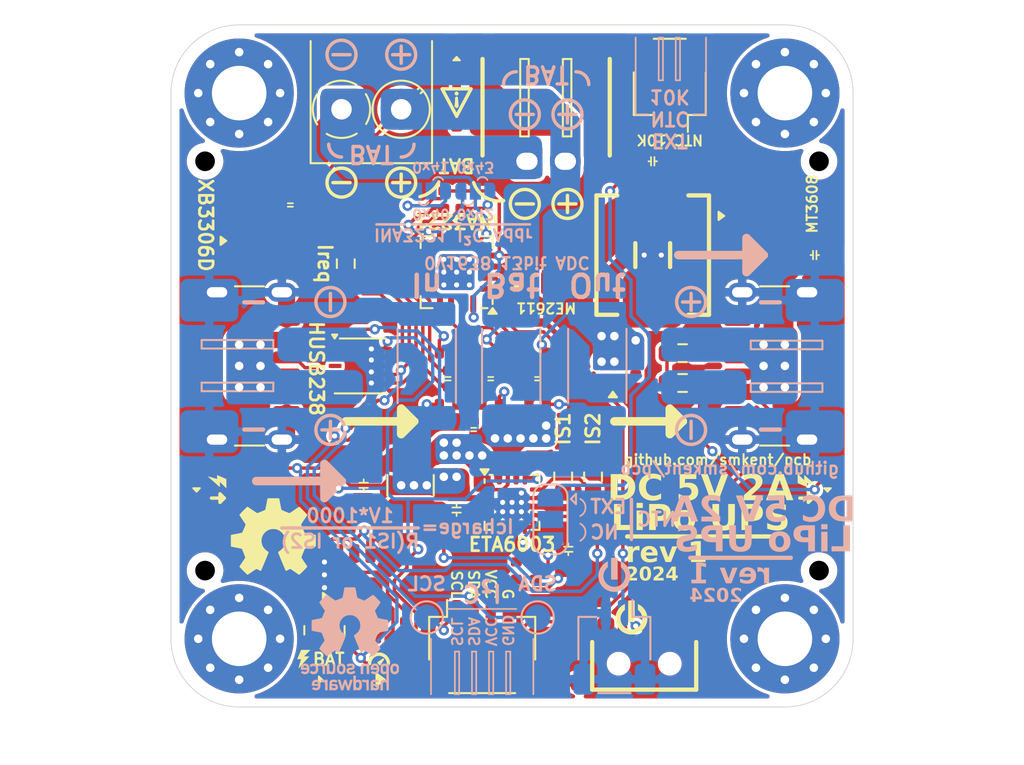
<source format=kicad_pcb>
(kicad_pcb (version 20240108) (generator "pcbnew") (generator_version "8.0")
  (layers (0 "F.Cu" signal) (31 "B.Cu" signal) (34 "B.Paste" user) (35 "F.Paste" user) (36 "B.SilkS" user "B.Silkscreen") (37 "F.SilkS" user "F.Silkscreen") (38 "B.Mask" user) (39 "F.Mask" user) (44 "Edge.Cuts" user))
  (net 0 "")
  (net 1 "B-")
  (net 2 "B+")
  (net 3 "VIN_SHUNT")
  (net 4 "GND")
  (net 5 "VOUT")
  (net 6 "VIN")
  (net 7 "VSYS")
  (net 8 "SW")
  (net 9 "Net-(J100-CC2)")
  (net 10 "Net-(J100-CC1)")
  (net 11 "NTC_CONN")
  (net 12 "FB")
  (net 13 "Net-(LED2A-RED_K)")
  (net 15 "BOOST_SW")
  (net 16 "BAT_SHUNT")
  (net 17 "LOAD_SHUNT")
  (net 18 "NTC")
  (net 19 "Net-(U1-ISET2)")
  (net 20 "Net-(U1-ISET1)")
  (net 21 "Net-(U2-VDD)")
  (net 33 "SDA")
  (net 34 "SCL")
  (net 35 "Net-(LED4-A)")
  (net 38 "Net-(JP1-B)")
  (net 39 "Net-(LED1-K)")
  (net 42 "LOAD_SHUNT_OUT")
  (net 43 "USB_DET")
  (net 44 "Net-(RN1A-R1.2)")
  (net 45 "Net-(Q1B-G)")
  (net 46 "Net-(Q1A-G)")
  (net 47 "Net-(U101-ISET)")
  (net 52 "+3V3")
  (net 53 "Net-(J200-CC1)")
  (net 54 "Net-(J200-CC2)")
  (net 55 "Net-(U4-IN-1)")
  (net 56 "Net-(U4-IN+1)")
  (net 57 "Net-(U4-IN+2)")
  (net 58 "Net-(U4-IN-2)")
  (net 59 "Net-(U4-IN-3)")
  (net 60 "Net-(U4-IN+3)")
  (net 61 "Net-(LED2A-RED_A)")
  (net 62 "Net-(LED2B-BLUE_K)")
  (net 63 "Net-(LED2B-BLUE_A)")
  (net 64 "EXT_POWER_SWITCH")
  (net 65 "Net-(JP2-C)")
  (net 66 "Net-(LED3-A)")
  (net 67 "Net-(LED5-A)")
  (footprint "custom:R_0402_1005Metric_simple" (layer "F.Cu") (at 116 140.25 -90)
    (property "Reference" "R8" (hide yes))
    (property "Value" "10K")
  )
  (footprint "lcsc:LED-ARRAY-SMD_4P-L2.0-W1.3-RD" (layer "F.Cu") (at 112.25 168.4 180)
    (property "Reference" "LED2" (hide yes))
    (property "Value" "LED")
  )
  (footprint "Inductor_SMD:L_1210_3225Metric_Pad1.42x2.65mm_HandSolder" (layer "F.Cu") (at 114.05 157 -90)
    (property "Reference" "L1" (hide yes))
    (property "Value" "2u2")
  )
  (footprint "graphics:icon-lightning-bolt-1.2mm" (layer "F.Cu") (at 137.25 156.75 90)
    (property "Reference" "G***" (hide yes))
    (property "Value" "LOGO" (hide yes))
  )
  (footprint "custom:USB_C_Receptacle_GCT_USB4125-xx-x_6P_TopMnt_Horizontal_handsolder" (layer "F.Cu") (at 136.5 150 90)
    (property "Reference" "J200" (hide yes))
    (property "Value" "USB_C_Receptacle_PowerOnly_6P")
  )
  (footprint "custom:SOT-23_simple" (layer "F.Cu") (at 124.75 150 180)
    (property "Reference" "Q2" (hide yes))
    (property "Value" "AO3401A")
  )
  (footprint "mechanical:JLCPCB-PCBA-Tooling-Hole" (layer "F.Cu") (at 138 138)
    (property "Reference" "REF**" (hide yes))
    (property "Value" "JLCPCB-PCBA-Tooling-Hole")
  )
  (footprint "mechanical:JLCPCB-PCBA-Tooling-Hole" (layer "F.Cu") (at 102 162)
    (property "Reference" "REF**" (hide yes))
    (property "Value" "JLCPCB-PCBA-Tooling-Hole")
  )
  (footprint "custom:R_0402_1005Metric_simple" (layer "F.Cu") (at 104 156.5 -90)
    (property "Reference" "R103" (hide yes))
    (property "Value" "5K1")
  )
  (footprint "custom:LED_0603_1608Metric_Pad1.05x0.95mm_HandSolder_simple" (layer "F.Cu") (at 138.5 157.25 90)
    (property "Reference" "LED5" (hide yes))
    (property "Value" "Blue")
  )
  (footprint "custom:R_0402_1005Metric_simple" (layer "F.Cu") (at 121.5 149.25)
    (property "Reference" "R32" (hide yes))
    (property "Value" "10R")
  )
  (footprint "custom:LED_0603_1608Metric_Pad1.05x0.95mm_HandSolder_simple" (layer "F.Cu") (at 108.75 168.4 180)
    (property "Reference" "LED1" (hide yes))
    (property "Value" "Pink")
  )
  (footprint "custom:LED_0603_1608Metric_Pad1.05x0.95mm_HandSolder_simple" (layer "F.Cu") (at 116.75 132 -90)
    (property "Reference" "LED4" (hide yes))
    (property "Value" "Red")
  )
  (footprint "custom:C_0603_1608Metric_Pad1.08x0.95mm_HandSolder" (layer "F.Cu") (at 128.25 138 180)
    (property "Reference" "C5" (hide yes))
    (property "Value" "10u")
  )
  (footprint "custom:R_0402_1005Metric_simple" (layer "F.Cu") (at 108 140.5625 90)
    (property "Reference" "R12" (hide yes))
    (property "Value" "100R")
  )
  (footprint "custom:R_0402_1005Metric_simple" (layer "F.Cu") (at 118.75 149.25)
    (property "Reference" "R30" (hide yes))
    (property "Value" "10R")
  )
  (footprint "custom:R_0402_1005Metric_simple" (layer "F.Cu") (at 118.75 152.25)
    (property "Reference" "R29" (hide yes))
    (property "Value" "10R")
  )
  (footprint "MountingHole:MountingHole_3.2mm_M3_Pad_Via" (layer "F.Cu") (at 136 134)
    (property "Reference" "REF**" (hide yes))
    (property "Value" "MountingHole_3.2mm_M3_Pad_Via")
  )
  (footprint "lcsc:SW-SMD_3P-P1.50_L2.7-W6.6" (layer "F.Cu") (at 127.75 167)
    (property "Reference" "SW1" (hide yes))
    (property "Value" "SW_SPDT")
  )
  (footprint "custom:C_0402_1005Metric_simple" (layer "F.Cu") (at 116.25 150.75 -90)
    (property "Reference" "C7" (hide yes))
    (property "Value" "0u1")
  )
  (footprint "custom:C_0603_1608Metric_Pad1.08x0.95mm_HandSolder" (layer "F.Cu") (at 137.75 143.5)
    (property "Reference" "C6" (hide yes))
    (property "Value" "10u")
  )
  (footprint "custom:R_0402_1005Metric_simple" (layer "F.Cu") (at 110.75 165.5 90)
    (property "Reference" "R13" (hide yes))
    (property "Value" "10K")
  )
  (footprint "custom:R_0402_1005Metric_simple" (layer "F.Cu") (at 120.25 162 -90)
    (property "Reference" "R1" (hide yes))
    (property "Value" "10K")
  )
  (footprint "custom:R_0402_1005Metric_simple" (layer "F.Cu") (at 105 156.5 -90)
    (property "Reference" "R104" (hide yes))
    (property "Value" "10K")
  )
  (footprint "custom:TerminalBlock_Phoenix_PT-1,5-2-3.5-H_1x02_P3.50mm_Horizontal_custom_pad2gnd" (layer "F.Cu") (at 113.5 134.95 180)
    (property "Reference" "J1" (hide yes))
    (property "Value" "P3.5")
  )
  (footprint "mechanical:JLCPCB-PCBA-Tooling-Hole" (layer "F.Cu") (at 138 162)
    (property "Reference" "REF**" (hide yes))
    (property "Value" "JLCPCB-PCBA-Tooling-Hole")
  )
  (footprint "custom:WDFN-10-1EP_3x3mm_P0.5mm_EP1.8x2.5mm_ThermalVias_half" (layer "F.Cu") (at 111.1 150)
    (property "Reference" "U101" (hide yes))
    (property "Value" "HUSB238_002DD")
  )
  (footprint "custom:R_0402_1005Metric_simple" (layer "F.Cu") (at 116.25 152.25)
    (property "Reference" "R28" (hide yes))
    (property "Value" "10R")
  )
  (footprint "Resistor_SMD:R_0603_1608Metric_Pad0.98x0.95mm_HandSolder" (layer "F.Cu") (at 124.75 156.5 90)
    (property "Reference" "R5" (hide yes))
    (property "Value" "1K")
  )
  (footprint "graphics:icon-lightning-bolt-1.2mm" (layer "F.Cu") (at 102.75 156.75 -90)
    (property "Reference" "G***" (hide yes))
    (property "Value" "LOGO" (hide yes))
  )
  (footprint "custom:SOT-23-6_trimmed-pads_simple" (layer "F.Cu") (at 110.75 162.25 90)
    (property "Reference" "Q1" (hide yes))
    (property "Value" "2N7002DW")
  )
  (footprint "connectors:JST_SH_SM02B-SRSS-TB_1x02-1MP_P1.00mm_Horizontal" (layer "F.Cu") (at 129.25 133.5 180)
    (property "Reference" "J301")
    (property "Value" "JST SH")
  )
  (footprint "graphics:oshw-logo-5mm" (layer "F.Cu") (at 106 160)
    (property "Reference" "G***" (hide yes))
    (property "Value" "LOGO" (hide yes))
  )
  (footprint "mechanical:JLCPCB-PCBA-Tooling-Hole" (layer "F.Cu") (at 102 138)
    (property "Reference" "REF**" (hide yes))
    (property "Value" "JLCPCB-PCBA-Tooling-Hole")
  )
  (footprint "Resistor_SMD:R_0603_1608Metric_Pad0.98x0.95mm_HandSolder" (layer "F.Cu") (at 130 149.25)
    (property "Reference" "R202" (hide yes))
    (property "Value" "22K")
  )
  (footprint "custom:R_0402_1005Metric_simple" (layer "F.Cu") (at 127.25 150 -90)
    (property "Reference" "R10" (hide yes))
    (property "Value" "10K")
  )
  (footprint "custom:ETA6003_QFN-16-1EP_3x3mm_P0.5mm_EP1.7x1.7mm_ThermalVias" (layer "F.Cu") (at 120 158)
    (property "Reference" "U1" (hide yes))
    (property "Value" "ETA6003")
  )
  (footprint "Resistor_SMD:R_Array_Convex_4x0402" (layer "F.Cu") (at 109 165.5 90)
    (property "Reference" "RN1" (hide yes))
    (property "Value" "5K1")
  )
  (footprint "custom:C_0402_1005Metric_simple" (layer "F.Cu") (at 107 140.5625 90)
    (property "Reference" "C4" (hide yes))
    (property "Value" "0u1")
  )
  (footprint "connectors:JST_SH_SM04B-SRSS-TB_1x04-1MP_P1.00mm_Horizontal" (layer "F.Cu") (at 118.25 166.5)
    (property "Reference" "J400")
    (property "Value" "JST SH")
  )
  (footprint "custom:R_0402_1005Metric_simple" (layer "F.Cu") (at 131 153.25 -90)
    (property "Reference" "R3" (hide yes))
    (property "Value" "5K1")
  )
  (footprint "custom:C_0402_1005Metric_simple" (layer "F.Cu") (at 118.75 150.75 90)
    (property "Reference" "C8" (hide yes))
    (property "Value" "0u1")
  )
  (footprint "custom:LED_0603_1608Metric_Pad1.05x0.95mm_HandSolder_simple" (layer "F.Cu") (at 101.5 157.25 90)
    (property "Reference" "LED3" (hide yes))
    (property "Value" "White")
  )
  (footprint "custom:R_0402_1005Metric_simple" (layer "F.Cu") (at 116.75 136.5 -90)
    (property "Reference" "R11" (hide yes))
    (property "Value" "5K1")
  )
  (footprint "custom:D_SOD-323_HandSoldering_simple" (layer "F.Cu") (at 134 143.5 180)
    (property "Reference" "D1" (hide yes))
    (property "Value" "BAT60A")
  )
  (footprint "custom:Conn_Combo_JST-1x02-XH_PH-THT-pad2gnd" (layer "F.Cu") (at 122 138 180)
    (property "Reference" "J300" (hide yes))
    (property "Value" "JST XH/PH")
  )
  (footprint "custom:R_0402_1005Metric_simple" (layer "F.Cu") (at 136.5 139.25 90)
    (property "Reference" "R25" (hide yes))
    (property "Value" "10K")
  )
  (footprint "custom:R_0402_1005Metric_simple" (layer "F.Cu") (at 121.35 162 -90)
    (property "Reference" "R2" (hide yes))
    (property "Value" "10K")
  )
  (footprint "custom:R_0402_1005Metric_simple" (layer "F.Cu") (at 136.5 141.25 90)
    (property "Reference" "R24" (hide yes))
    (property "Value" "75K")
  )
  (footprint "graphics:icon-power-2mm" (layer "F.Cu") (at 127 164.75)
    (property "Reference" "G***" (hide yes))
    (property "Value" "LOGO" (hide yes))
  )
  (footprint "Resistor_SMD:R_0603_1608Metric_Pad0.98x0.95mm_HandSolder" (layer "F.Cu") (at 130 151)
    (property "Reference" "R201" (hide yes))
    (property "Value" "22K")
  )
  (footprint "Resistor_SMD:R_0603_1608Metric_Pad0.98x0.95mm_HandSolder" (layer "F.Cu") (at 110.25 144 90)
    (property "Reference" "R102" (hide yes))
    (property "Value" "22K")
  )
  (footprint "custom:C_0805_2012Metric_Pad1.18x1.45mm_HandSolder" (layer "F.Cu") (at 111.25 157 -90)
    (property "Reference" "C1" (hide yes))
    (property "Value" "22u")
  )
  (footprint "custom:SOT-23-5_simple" (layer "F.Cu") (at 122 144 90)
    (property "Reference" "U3" (hide yes))
    (property "Value" "ME6211C33M5")
  )
  (footprint "MountingHole:MountingHole_3.2mm_M3_Pad_Via" (layer "F.Cu") (at 136 166)
    (property "Reference" "REF**" (hide yes))
    (property "Value" "MountingHole_3.2mm_M3_Pad_Via")
  )
  (footprint "custom:R_0402_1005Metric_simple" (layer "F.Cu") (at 112 165.5 90)
    (property "Reference" "R7" (hide yes))
    (property "Value" "10R")
  )
  (footprint "custom:R_0402_1005Metric_simple" (layer "F.Cu") (at 116.25 149.25)
    (property "Reference" "R27" (hide yes))
    (property "Value" "10R")
  )
  (footprint "custom:C_0805_2012Metric_Pad1.18x1.45mm_wide-center_HandSolder" (layer "F.Cu") (at 116.8 158.45 90)
    (property "Reference" "C3" (hide yes))
    (property "Value" "10u")
  )
  (footprint "custom:C_0805_2012Metric_Pad1.18x1.45mm_HandSolder" (layer "F.Cu") (at 123.25 160.75 -90)
    (property "Reference" "C10" (hide yes))
    (property "Value" "10u")
  )
  (footprint "Resistor_SMD:R_0603_1608Metric_Pad0.98x0.95mm_HandSolder" (layer "F.Cu") (at 123 156.5 90)
    (property "Reference" "R4" (hide yes))
    (property "Value" "2K")
  )
  (footprint "custom:R_0402_1005Metric_simple" (layer "F.Cu") (at 117 140.25 -90)
    (property "Reference" "R9" (hide yes))
    (property "Value" "10K")
  )
  (footprint "custom:USB_C_Receptacle_GCT_USB4125-xx-x_6P_TopMnt_Horizontal_handsolder" (layer "F.Cu") (at 103.5 150 -90)
    (property "Reference" "J100" (hide yes))
    (property "Value" "USB_C_Receptacle_PowerOnly_6P")
  )
  (footprint "custom:R_0402_1005Metric_simple" (layer "F.Cu") (at 113.75 165.5 -90)
    (property "Reference" "R6" (hide yes))
    (property "Value" "10R")
  )
  (footprint "custom:C_0402_1005Metric_simple" (layer "F.Cu") (at 117.75 153.73 90)
    (property "Reference" "C2" (hide yes))
    (property "Value" "1u")
  )
  (footprint "MountingHole:MountingHole_3.2mm_M3_Pad_Via" (layer "F.Cu") (at 104 134)
    (property "Reference" "REF**" (hide yes))
    (property "Value" "MountingHole_3.2mm_M3_Pad_Via")
  )
  (footprint "custom:R_0402_1005Metric_simple" (layer "F.Cu") (at 121.5 152.25)
    (property "Reference" "R31" (hide yes))
    (property "Value" "10R")
  )
  (footprint "custom:Inductor_Multi_7.0x6.6_1210" (layer "F.Cu") (at 128.25 143.5 -90)
    (property "Reference" "L2" (hide yes))
    (property "Value" "4u7")
  )
  (footprint "custom:SOT-23_simple" (layer "F.Cu") (at 104.75 141.5 90)
    (property "Reference" "U2" (hide yes))
    (property "Value" "XB3306D")
  )
  (footprint "graphics:icon-lightning-bolt-1.2mm" (layer "F.Cu") (at 107.75 167.15)
    (property "Reference" "G***" (hide yes))
    (property "Value" "LOGO" (hide yes))
  )
  (footprint "MountingHole:MountingHole_3.2mm_M3_Pad_Via" (layer "F.Cu") (at 104 166)
    (property "Reference" "REF**" (hide yes))
    (property "Value" "MountingHole_3.2mm_M3_Pad_Via")
  )
  (footprint "custom:C_0402_1005Metric_simple" (layer "F.Cu") (at 121.5 150.75 90)
    (property "Reference" "C9" (hide yes))
    (property "Value" "0u1")
  )
  (footprint "custom:Texas_RGV0016A_VQFN-16-1EP_4x4mm_P0.65mm_EP2.1x2.1mm_ThermalVias" (layer "F.Cu") (at 116.75 144.5 180)
    (property "Reference" "U4" (hide yes))
    (property "Value" "INA3221")
  )
  (footprint "custom:SOT-23-6_Handsoldering_simple" (layer "F.Cu") (at 134 140 90)
    (property "Reference" "U5" (hide yes))
    (property "Value" "MT3608")
  )
  (footprint "TestPoint:TestPoint_Pad_D1.5mm" (layer "B.Cu") (at 115 164.75 180)
    (property "Reference" "TP1" (hide yes))
    (property "Value" "~")
  )
  (footprint "connectors:JST_SH_SM02B-SRSS-TB_1x02-1MP_P1.00mm_Horizontal" (layer "B.Cu") (at 126 166.5 180)
    (property "Reference" "J500")
    (property "Value" "JST SH")
  )
  (footprint "custom:SolderJumper-3_P1.0mm_Open_RoundedPad_simple" (layer "B.Cu") (at 117.85 139.75 180)
    (property "Reference" "JP3" (hide yes))
    (property "Value" "VS/GND")
  )
  (footprint "Resistor_SMD:R_2512_6332Metric_Pad1.40x3.35mm_HandSolder" (layer "B.Cu") (at 125 150 -90)
    (property "Reference" "SR3" (hide yes))
    (property "Value" "R040")
  )
  (footprint "custom:Conn_Combo_JST-1x02-XH_PH-SMD-alt-pad2gnd" (layer "B.Cu") (at 132 150 -90)
    (property "Reference" "J201" (hide yes))
    (property "Value" "JST XH/PH")
  )
  (footprint "Resistor_SMD:R_2512_6332Metric_Pad1.40x3.35mm_HandSolder" (layer "B.Cu") (at 115 150 -90)
    (property "Reference" "SR1" (hide yes))
    (property "Value" "R040")
  )
  (footprint "TestPoint:TestPoint_Pad_D1.5mm" (layer "B.Cu") (at 121.5 164.75 180)
    (property "Reference" "TP2" (hide yes))
    (property "Value" "~")
  )
  (footprint "Symbol:OSHW-Logo_5.7x6mm_SilkScreen" (layer "B.Cu") (at 110.5 166 180)
    (property "Reference" "REF**" (hide yes))
    (property "Value" "OSHW-Logo_5.7x6mm_SilkScreen" (hide yes))
  )
  (footprint "graphics:icon-power-2mm" (layer "B.Cu") (at 126 162.25 180)
    (property "Reference" "G***" (hide yes))
    (property "Value" "LOGO" (hide yes))
  )
  (footprint "Resistor_SMD:R_2512_6332Metric_Pad1.40x3.35mm_HandSolder" (layer "B.Cu") (at 119.95 150 -90)
    (property "Reference" "SR2" (hide yes))
    (property "Value" "R040")
  )
  (footprint "custom:SolderJumper-3_P1.0mm_Open_RoundedPad_simple" (layer "B.Cu") (at 115.25 139.75 180)
    (property "Reference" "JP2" (hide yes))
    (property "Value" "VS/GND")
  )
  (footprint "Jumper:SolderJumper-3_P1.3mm_Open_RoundedPad1.0x1.5mm" (layer "B.Cu") (at 122.25 159 -90)
    (property "Reference" "JP1" (hide yes))
    (property "Value" "NTC")
  )
  (footprint "custom:Conn_Combo_JST-1x02-XH_PH-SMD-alt-pad2gnd" (layer "B.Cu") (at 108 150 90)
    (property "Reference" "J101" (hide yes))
    (property "Value" "JST XH/PH")
  )
  (gr_circle (center 110 131.75) (end 110.85 131.75) (stroke (width 0.2)) (fill none) (layer "B.SilkS"))
  (gr_line (start 109.85 153.75) (end 108.85 153.75) (stroke (width 0.2)) (layer "B.SilkS"))
  (gr_line (start 109.35 145.75) (end 109.35 146.75) (stroke (width 0.2)) (layer "B.SilkS"))
  (gr_line (start 118.65 166.75) (end 118.65 169.25) (stroke (width 0.1)) (layer "B.SilkS"))
  (gr_line (start 116.25 164.25) (end 120.25 164.25) (stroke (width 0.1)) (layer "B.SilkS"))
  (gr_line (start 123.25 134.75) (end 123.25 135.75) (stroke (width 0.2)) (layer "B.SilkS"))
  (gr_line (start 129.6 130.75) (end 129.6 133.25) (stroke (width 0.1)) (layer "B.SilkS"))
  (gr_line (start 122.75 135.25) (end 123.75 135.25) (stroke (width 0.2)) (layer "B.SilkS"))
  (gr_line (start 113 131.75) (end 114 131.75) (stroke (width 0.2)) (layer "B.SilkS"))
  (gr_line (start 115.25 166) (end 115.25 169.25) (stroke (width 0.1)) (layer "B.SilkS"))
  (gr_line (start 109.5 131.75) (end 110.5 131.75) (stroke (width 0.2)) (layer "B.SilkS"))
  (gr_line (start 121.25 166) (end 121.25 169.25) (stroke (width 0.1)) (layer "B.SilkS"))
  (gr_circle (center 109.35 153.75) (end 109.35 154.6) (stroke (width 0.2)) (fill none) (layer "B.SilkS"))
  (gr_line (start 116.65 169.25) (end 116.9 169.25) (stroke (width 0.1)) (layer "B.SilkS"))
  (gr_line (start 119.65 169.25) (end 119.9 169.25) (stroke (width 0.1)) (layer "B.SilkS"))
  (gr_arc (start 124 159.250001) (mid 124.309016 159.75) (end 124 160.249999) (stroke (width 0.1)) (layer "B.SilkS"))
  (gr_line (start 131.375 135.25) (end 131.375 130.75) (stroke (width 0.1)) (layer "B.SilkS"))
  (gr_poly (pts (xy 110 156.75) (xy 109 155.75) (xy 109 157.75)) (stroke (width 0.5)) (fill solid) (layer "B.SilkS"))
  (gr_line (start 106.5 159.5) (end 114.5 159.5) (stroke (width 0.2)) (layer "B.SilkS"))
  (gr_line (start 128.6 130.75) (end 128.6 133.25) (stroke (width 0.1)) (layer "B.SilkS"))
  (gr_arc (start 110 137.75) (mid 109.46967 137.53033) (end 109.25 137) (stroke (width 0.2)) (layer "B.SilkS"))
  (gr_line (start 127 157.825) (end 127 160.175) (stroke (width 0.2)) (layer "B.SilkS"))
  (gr_line (start 118.9 166.75) (end 118.65 166.75) (stroke (width 0.1)) (layer "B.SilkS"))
  (gr_line (start 119.9 169.25) (end 119.9 166.75) (stroke (width 0.1)) (layer "B.SilkS"))
  (gr_line (start 129.75 143.5) (end 134.75 143.5) (stroke (width 0.5)) (layer "B.SilkS"))
  (gr_line (start 112.05 141.7) (end 121.05 141.7) (stroke (width 0.15)) (layer "B.SilkS"))
  (gr_circle (center 113.5 131.75) (end 114.35 131.75) (stroke (width 0.2)) (fill none) (layer "B.SilkS"))
  (gr_arc (start 114.25 137) (mid 114.03033 137.53033) (end 113.5 137.75) (stroke (width 0.2)) (layer "B.SilkS"))
  (gr_line (start 129.85 133.25) (end 129.85 130.75) (stroke (width 0.1)) (layer "B.SilkS"))
  (gr_line (start 109.35 153.25) (end 109.35 154.25) (stroke (width 0.2)) (layer "B.SilkS"))
  (gr_line (start 127.25 135.25) (end 127.25 130.75) (stroke (width 0.1)) (layer "B.SilkS"))
  (gr_line (start 131.375 135.25) (end 130.625 135.25) (stroke (width 0.1)) (layer "B.SilkS"))
  (gr_line (start 113.5 131.25) (end 113.5 132.25) (stroke (width 0.2)) (layer "B.SilkS"))
  (gr_line (start 128.85 133.25) (end 128.85 130.75) (stroke (width 0.1)) (layer "B.SilkS"))
  (gr_arc (start 115.106374 140.4) (mid 114.815687 140.579655) (end 114.525 140.4) (stroke (width 0.1)) (layer "B.SilkS"))
  (gr_line (start 116.9 169.25) (end 116.9 166.75) (stroke (width 0.1)) (layer "B.SilkS"))
  (gr_line (start 118.9 169.25) (end 118.9 166.75) (stroke (width 0.1)) (layer "B.SilkS"))
  (gr_line (start 136.35 161.25) (end 130.45 161.25) (stroke (width 0.25)) (layer "B.SilkS"))
  (gr_circle (center 130.5 153.75) (end 130.5 152.9) (stroke (width 0.2)) (fill none) (layer "B.SilkS"))
  (gr_line (start 120.25 135.25) (end 121.25 135.25) (stroke (width 0.2)) (layer "B.SilkS"))
  (gr_line (start 117.65 166.75) (end 117.65 169.25) (stroke (width 0.1)) (layer "B.SilkS"))
  (gr_poly (pts (xy 134.75 143.5) (xy 133.75 142.5) (xy 133.75 144.5)) (stroke (width 0.5)) (fill solid) (layer "B.SilkS"))
  (gr_circle (center 130.5 146.25) (end 130.5 145.4) (stroke (width 0.2)) (fill none) (layer "B.SilkS"))
  (gr_line (start 105 156.75) (end 110 156.75) (stroke (width 0.5)) (layer "B.SilkS"))
  (gr_line (start 130 146.25) (end 131 146.25) (stroke (width 0.2)) (layer "B.SilkS"))
  (gr_line (start 116.65 166.75) (end 116.65 169.25) (stroke (width 0.1)) (layer "B.SilkS"))
  (gr_arc (start 124 157.8) (mid 124.309016 158.299999) (end 124 158.799998) (stroke (width 0.1)) (layer "B.SilkS"))
  (gr_circle (center 109.35 146.25) (end 109.35 147.1) (stroke (width 0.2)) (fill none) (layer "B.SilkS"))
  (gr_arc (start 119.5 133.5) (mid 119.71967 132.96967) (end 120.25 132.75) (stroke (width 0.2)) (layer "B.SilkS"))
  (gr_line (start 117.9 166.75) (end 117.65 166.75) (stroke (width 0.1)) (layer "B.SilkS"))
  (gr_arc (start 117.975 139.1) (mid 118.265687 138.920345) (end 118.556374 139.1) (stroke (width 0.1)) (layer "B.SilkS"))
  (gr_line (start 130.5 146.75) (end 130.5 145.75) (stroke (width 0.2)) (layer "B.SilkS"))
  (gr_line (start 130.5 154.25) (end 130.5 153.25) (stroke (width 0.2)) (layer "B.SilkS"))
  (gr_line (start 127.25 135.25) (end 128 135.25) (stroke (width 0.1)) (layer "B.SilkS"))
  (gr_line (start 119.65 166.75) (end 119.65 169.25) (stroke (width 0.1)) (layer "B.SilkS"))
  (gr_line (start 129.6 133.25) (end 129.85 133.25) (stroke (width 0.1)) (layer "B.SilkS"))
  (gr_line (start 118.65 169.25) (end 118.9 169.25) (stroke (width 0.1)) (layer "B.SilkS"))
  (gr_circle (center 120.75 135.25) (end 121.6 135.25) (stroke (width 0.2)) (fill none) (layer "B.SilkS"))
  (gr_arc (start 123.75 132.75) (mid 124.28033 132.96967) (end 124.5 133.5) (stroke (width 0.2)) (layer "B.SilkS"))
  (gr_arc (start 117.706374 140.4) (mid 117.415687 140.579655) (end 117.125 140.4) (stroke (width 0.1)) (layer "B.SilkS"))
  (gr_line (start 128.6 133.25) (end 128.85 133.25) (stroke (width 0.1)) (layer "B.SilkS"))
  (gr_arc (start 115.375 139.1) (mid 115.665687 138.920345) (end 115.956374 139.1) (stroke (width 0.1)) (layer "B.SilkS"))
  (gr_line (start 117.9 169.25) (end 117.9 166.75) (stroke (width 0.1)) (layer "B.SilkS"))
  (gr_line (start 128.85 130.75) (end 128.6 130.75) (stroke (width 0.1)) (layer "B.SilkS"))
  (gr_circle (center 123.25 135.25) (end 124.1 135.25) (stroke (width 0.2)) (fill none) (layer "B.SilkS"))
  (gr_line (start 117.65 169.25) (end 117.9 169.25) (stroke (width 0.1)) (layer "B.SilkS"))
  (gr_line (start 119.9 166.75) (end 119.65 166.75) (stroke (width 0.1)) (layer "B.SilkS"))
  (gr_line (start 129.85 130.75) (end 129.6 130.75) (stroke (width 0.1)) (layer "B.SilkS"))
  (gr_line (start 116.9 166.75) (end 116.65 166.75) (stroke (width 0.1)) (layer "B.SilkS"))
  (gr_line (start 122.75 140.5) (end 123.75 140.5) (stroke (width 0.2)) (layer "F.SilkS"))
  (gr_line (start 113 139.25) (end 114 139.25) (stroke (width 0.2)) (layer "F.SilkS"))
  (gr_line (start 126 153.25) (end 130 153.25) (stroke (width 0.5)) (layer "F.SilkS"))
  (gr_line (start 113.5 139.75) (end 113.5 138.75) (stroke (width 0.2)) (layer "F.SilkS"))
  (gr_line (start 126.75 160) (end 135.35 160) (stroke (width 0.25)) (layer "F.SilkS"))
  (gr_line (start 136.875 157.75) (end 137.625 157.75) (stroke (width 0.2)) (layer "F.SilkS"))
  (gr_circle (center 123.25 140.5) (end 124.1 140.5) (stroke (width 0.2)) (fill none) (layer "F.SilkS"))
  (gr_line (start 109.5 139.25) (end 110.5 139.25) (stroke (width 0.2)) (layer "F.SilkS"))
  (gr_arc (start 119.509937 140.309625) (mid 118.434438 140.10457) (end 117.75 139.25) (stroke (width 0.2)) (layer "F.SilkS"))
  (gr_poly (pts (xy 102.875 157.5) (xy 103.125 157.75) (xy 102.875 158)) (stroke (width 0.2)) (fill solid) (layer "F.SilkS"))
  (gr_line (start 120.25 140.5) (end 121.25 140.5) (stroke (width 0.2)) (layer "F.SilkS"))
  (gr_arc (start 111.65 167.45) (mid 112.2 166.9) (end 112.75 167.45) (stroke (width 0.2)) (layer "F.SilkS"))
  (gr_poly (pts (xy 114.25 153.25) (xy 113.5 154) (xy 113.5 152.5)) (stroke (width 0.5)) (fill solid) (layer "F.SilkS"))
  (gr_poly (pts (xy 130 153.25) (xy 129.25 154) (xy 129.25 152.5)) (stroke (width 0.5)) (fill solid) (layer "F.SilkS"))
  (gr_arc (start 115.70628 139.211478) (mid 115.25 139.768301) (end 114.598265 140.074055) (stroke (width 0.2)) (layer "F.SilkS"))
  (gr_line (start 110.25 153.25) (end 114.25 153.25) (stroke (width 0.5)) (layer "F.SilkS"))
  (gr_line (start 102.375 157.75) (end 103.125 157.75) (stroke (width 0.2)) (layer "F.SilkS"))
  (gr_circle (center 120.75 140.5) (end 121.6 140.5) (stroke (width 0.2)) (fill none) (layer "F.SilkS"))
  (gr_circle (center 110 139.25) (end 110.85 139.25) (stroke (width 0.2)) (fill none) (layer "F.SilkS"))
  (gr_line (start 123.25 141) (end 123.25 140) (stroke (width 0.2)) (layer "F.SilkS"))
  (gr_poly (pts (xy 137.375 157.5) (xy 137.625 157.75) (xy 137.375 158)) (stroke (width 0.2)) (fill solid) (layer "F.SilkS"))
  (gr_poly (pts (xy 112.15 167.4) (xy 112.45 167.2) (xy 112.25 167.5)) (stroke (width 0.1)) (fill solid) (layer "F.SilkS"))
  (gr_poly (pts (xy 115.9 133.75) (xy 116.75 135.35) (xy 117.6 133.75)) (stroke (width 0.2)) (fill none) (layer "F.SilkS"))
  (gr_circle (center 113.5 139.25) (end 114.35 139.25) (stroke (width 0.2)) (fill none) (layer "F.SilkS"))
  (gr_poly (pts (xy 104 130) (xy 103.80361 130.002394) (xy 103.412722 130.040893) (xy 103.02749 130.117521) (xy 102.651623 130.231539) (xy 102.288742 130.381849) (xy 101.942341 130.567004) (xy 101.615757 130.78522) (xy 101.312134 131.034397) (xy 101.034397 131.312134) (xy 100.78522 131.615757) (xy 100.567004 131.942341) (xy 100.381849 132.288742) (xy 100.231539 132.651623) (xy 100.117521 133.02749) (xy 100.040893 133.412722) (xy 100.002394 133.80361) (xy 100 134) (xy 100 144) (xy 100 156) (xy 100 166) (xy 100.002394 166.19639) (xy 100.040893 166.587278) (xy 100.117521 166.97251) (xy 100.231539 167.348377) (xy 100.381849 167.711258) (xy 100.567004 168.057659) (xy 100.78522 168.384243) (xy 101.034397 168.687866) (xy 101.312134 168.965603) (xy 101.615757 169.21478) (xy 101.942341 169.432996) (xy 102.288742 169.618151) (xy 102.651623 169.768461) (xy 103.02749 169.882479) (xy 103.412722 169.959107) (xy 103.80361 169.997606) (xy 104 170) (xy 136 170) (xy 136.19639 169.997606) (xy 136.587278 169.959107) (xy 136.97251 169.882479) (xy 137.348377 169.768461) (xy 137.711258 169.618151) (xy 138.057659 169.432996) (xy 138.384243 169.21478) (xy 138.687866 168.965603) (xy 138.965603 168.687866) (xy 139.21478 168.384243) (xy 139.432996 168.057659) (xy 139.618151 167.711258) (xy 139.768461 167.348377) (xy 139.882479 166.97251) (xy 139.959107 166.587278) (xy 139.997606 166.19639) (xy 140 166) (xy 140 156) (xy 140 144) (xy 140 134) (xy 139.997606 133.80361) (xy 139.959107 133.412722) (xy 139.882479 133.02749) (xy 139.768461 132.651623) (xy 139.618151 132.288742) (xy 139.432996 131.942341) (xy 139.21478 131.615757) (xy 138.965603 131.312134) (xy 138.687866 131.034397) (xy 138.384243 130.78522) (xy 138.057659 130.567004) (xy 137.711258 130.381849) (xy 137.348377 130.231539) (xy 136.97251 130.117521) (xy 136.587278 130.040893) (xy 136.19639 130.002394) (xy 136 130)) (stroke (width 0.05)) (fill none) (layer "Edge.Cuts"))
  (gr_text "rev 1" (at 130.4 162.25 0) (layer "B.SilkS") (effects (font (size 1.2 1.2) (thickness 0.24) (bold yes)) (justify right mirror)))
  (gr_text "NTC" (at 127.25 159 0) (layer "B.SilkS") (effects (font (size 0.8 0.8) (thickness 0.16) (bold yes)) (justify right mirror)))
  (gr_text "SCL" (at 115 163.25 0) (layer "B.SilkS") (effects (font (size 0.8 0.8) (thickness 0.16) (bold yes)) (justify bottom mirror)))
  (gr_text "Bat" (at 120 146 180) (layer "B.SilkS") (effects (font (size 1.3 1.3) (thickness 0.26) (bold yes)) (justify top mirror)))
  (gr_text "In" (at 115 146 180) (layer "B.SilkS") (effects (font (size 1.3 1.3) (thickness 0.26) (bold yes)) (justify top mirror)))
  (gr_text "DC 5V 2A" (at 134.75 158.5 -0) (layer "B.SilkS") (effects (font (size 1.5 1.5) (thickness 0.3) (bold yes)) (justify mirror)))
  (gr_text "0V1638 13bit ADC" (at 119.7 144.35 180) (layer "B.SilkS") (effects (font (size 0.7 0.7) (thickness 0.14) (bold yes)) (justify top mirror)))
  (gr_text "SDA" (at 121.5 163.25 0) (layer "B.SilkS") (effects (font (size 0.8 0.8) (thickness 0.16) (bold yes)) (justify bottom mirror)))
  (gr_text "SCL" (at 116.75 166.5 270) (layer "B.SilkS") (effects (font (size 0.6 0.6) (thickness 0.12) (bold yes)) (justify left mirror)))
  (gr_text "BAT" (at 111.75 137 180) (layer "B.SilkS") (effects (font (size 1 1) (thickness 0.2) (bold yes)) (justify bottom mirror)))
  (gr_text "EXT\nNTC\n10K" (at 129.25 133.75 180) (layer "B.SilkS") (effects (font (size 0.8 0.8) (thickness 0.16) (bold yes)) (justify bottom mirror)))
  (gr_text "INA3221 I²C Addr" (at 116.55 141.9 180) (layer "B.SilkS") (effects (font (size 0.7 0.7) (thickness 0.14) (bold yes)) (justify bottom mirror)))
  (gr_text "VCC" (at 118.75 166.5 -90) (layer "B.SilkS") (effects (font (size 0.6 0.6) (thickness 0.12)) (justify left mirror)))
  (gr_text "Icharge=" (at 120.2 159.9 0) (layer "B.SilkS") (effects (font (size 0.8 0.8) (thickness 0.16) (bold yes)) (justify left bottom mirror)))
  (gr_text "LiPo UPS" (at 134.75 160.25 -0) (layer "B.SilkS") (effects (font (size 1.5 1.5) (thickness 0.3) (bold yes)) (justify mirror)))
  (gr_text "2024" (at 130.4 163.5 0) (layer "B.SilkS") (effects (font (size 0.8 0.8) (thickness 0.24) (bold yes)) (justify right mirror)))
  (gr_text "1V*1000" (at 110.5 159.25 0) (layer "B.SilkS") (effects (font (size 0.8 0.8) (thickness 0.16) (bold yes)) (justify bottom mirror)))
  (gr_text "GND" (at 119.75 166.5 -90) (layer "B.SilkS") (effects (font (size 0.6 0.6) (thickness 0.12)) (justify left mirror)))
  (gr_text "R(IS1 or IS2)" (at 110.5 160.75 0) (layer "B.SilkS") (effects (font (size 0.8 0.8) (thickness 0.16) (bold yes)) (justify bottom mirror)))
  (gr_text "github.com/smkent/pcb" (at 139.25 156 0) (layer "B.SilkS") (effects (font (size 0.7 0.7) (thickness 0.14) (bold yes)) (justify left mirror)))
  (gr_text "0x42" (at 117.85 140.75 180) (layer "B.SilkS") (effects (font (size 0.6 0.6) (thickness 0.12) (bold yes)) (justify bottom mirror)))
  (gr_text "0x40" (at 115.25 140.75 180) (layer "B.SilkS") (effects (font (size 0.6 0.6) (thickness 0.12) (bold yes)) (justify bottom mirror)))
  (gr_text "SDA" (at 117.75 166.5 -90) (layer "B.SilkS") (effects (font (size 0.6 0.6) (thickness 0.12)) (justify left mirror)))
  (gr_text "0x43" (at 117.85 138.7 180) (layer "B.SilkS") (effects (font (size 0.6 0.6) (thickness 0.12) (bold yes)) (justify top mirror)))
  (gr_text "I²C" (at 118.25 164 0) (layer "B.SilkS") (effects (font (size 1 1) (thickness 0.2) (bold yes)) (justify bottom mirror)))
  (gr_text "Out" (at 125 146 180) (layer "B.SilkS") (effects (font (size 1.3 1.3) (thickness 0.26) (bold yes)) (justify top mirror)))
  (gr_text "EXT" (at 124.5 158.25 0) (layer "B.SilkS") (effects (font (size 0.8 0.8) (thickness 0.16) (bold yes)) (justify right mirror)))
  (gr_text "BAT" (at 122 133.5 180) (layer "B.SilkS") (effects (font (size 1 1) (thickness 0.2) (bold yes)) (justify top mirror)))
  (gr_text "0x41" (at 115.25 138.7 180) (layer "B.SilkS") (effects (font (size 0.6 0.6) (thickness 0.12) (bold yes)) (justify top mirror)))
  (gr_text "NC" (at 124.5 159.75 0) (layer "B.SilkS") (effects (font (size 0.8 0.8) (thickness 0.16) (bold yes)) (justify right mirror)))
  (gr_text "NTC 10K" (at 129.25 136.75 180) (layer "F.SilkS") (effects (font (size 0.6 0.6) (thickness 0.12))))
  (gr_text "IS1" (at 123 154.75 90) (layer "F.SilkS") (effects (font (size 0.8 0.8) (thickness 0.16) (bold yes)) (justify left)))
  (gr_text "INA3221" (at 116.75 142 180) (layer "F.SilkS") (effects (font (size 0.8 0.8) (thickness 0.16) (bold yes)) (justify top)))
  (gr_text "!" (at 116.75 134.35 180) (layer "F.SilkS") (effects (font (size 0.8 0.8) (thickness 0.16) (bold yes))))
  (gr_text "Ireq" (at 109.5 144 270) (layer "F.SilkS") (effects (font (size 0.8 0.8) (thickness 0.16) (bold yes)) (justify top)))
  (gr_text "XB3306D" (at 102.5 141.75 -90) (layer "F.SilkS") (effects (font (size 0.8 0.8) (thickness 0.16) (bold yes)) (justify top)))
  (gr_text "ME2611" (at 122 146.25 180) (layer "F.SilkS") (effects (font (size 0.6 0.6) (thickness 0.12) (bold yes)) (justify bottom)))
  (gr_text "BAT" (at 109.25 167.2 0) (layer "F.SilkS") (effects (font (size 0.7 0.7) (thickness 0.14) (bold yes))))
  (gr_text "github.com/smkent/pcb" (at 126.5 155.5 0) (layer "F.SilkS") (effects (font (size 0.6 0.6) (thickness 0.12) (bold yes)) (justify left)))
  (gr_text "SDA" (at 117.75 163.75 -90) (layer "F.SilkS") (effects (font (size 0.6 0.6) (thickness 0.12)) (justify right)))
  (gr_text "SCL" (at 116.75 163.75 270) (layer "F.SilkS") (effects (font (size 0.6 0.6) (thickness 0.12) (bold yes)) (justify right)))
  (gr_text "G" (at 119.75 163.75 -90) (layer "F.SilkS") (effects (font (size 0.6 0.6) (thickness 0.12)) (justify right)))
  (gr_text "DC 5V 2A" (at 131.05 157.25 0) (layer "F.SilkS") (effects (font (size 1.5 1.5) (thickness 0.3) (bold yes))))
  (gr_text "rev 1" (at 126.65 161 0) (layer "F.SilkS") (effects (font (size 1.2 1.2) (thickness 0.24) (bold yes)) (justify left)))
  (gr_text "IS2" (at 124.75 154.75 90) (layer "F.SilkS") (effects (font (size 0.8 0.8) (thickness 0.16) (bold yes)) (justify left)))
  (gr_text "2024" (at 126.65 162.25 0) (layer "F.SilkS") (effects (font (size 0.8 0.8) (thickness 0.24) (bold yes)) (justify left)))
  (gr_text "MT3608" (at 137.25 140.5 90) (layer "F.SilkS") (effects (font (size 0.6 0.6) (thickness 0.12) (bold yes)) (justify top)))
  (gr_text "ETA6003" (at 120 160 0) (layer "F.SilkS") (effects (font (size 0.8 0.8) (thickness 0.16) (bold yes)) (justify top)))
  (gr_text "HUSB238" (at 109 150.15 -90) (layer "F.SilkS") (effects (font (size 0.8 0.8) (thickness 0.16) (bold yes)) (justify top)))
  (gr_text "VCC" (at 118.75 163.75 -90) (layer "F.SilkS") (effects (font (size 0.6 0.6) (thickness 0.12)) (justify right)))
  (gr_text "BAT" (at 116.75 138.25 180) (layer "F.SilkS") (effects (font (size 0.8 0.8) (thickness 0.16) (bold yes))))
  (gr_text "LiPo UPS" (at 131.05 159 0) (layer "F.SilkS") (effects (font (size 1.5 1.5) (thickness 0.3) (bold yes))))
  (segment (start 116.75 137.01) (end 119.885 137.01) (width 0.2) (layer "F.Cu") (net 1))
  (segment (start 119.885 137.01) (end 120.875 138) (width 0.2) (layer "F.Cu") (net 1))
  (segment (start 108 140.0525) (end 108 139.75) (width 0.2) (layer "F.Cu") (net 2))
  (segment (start 108 139.75) (end 111.3 136.45) (width 0.2) (layer "F.Cu") (net 2))
  (segment (start 113.5 135) (end 113.5 134.95) (width 0.2) (layer "F.Cu") (net 2))
  (segment (start 112.05 136.45) (end 113.5 135) (width 0.2) (layer "F.Cu") (net 2))
  (segment (start 119.26 149.25) (end 119.26 149.191068) (width 0.2) (layer "F.Cu") (net 2))
  (segment (start 111.3 136.45) (end 112.05 136.45) (width 0.2) (layer "F.Cu") (net 2))
  (segment (start 119.26 149.191068) (end 118.514175 148.445243) (width 0.2) (layer "F.Cu") (net 2))
  (via (at 118.514175 148.445243) (size 0.6) (drill 0.3) (layers "F.Cu" "B.Cu") (net 2))
  (segment (start 118.709418 148.190582) (end 119.95 146.95) (width 0.2) (layer "B.Cu") (net 2))
  (segment (start 118.709418 148.25) (end 118.709418 148.190582) (width 0.2) (layer "B.Cu") (net 2))
  (segment (start 118.514175 148.445243) (end 118.709418 148.25) (width 0.2) (layer "B.Cu") (net 2))
  (segment (start 110.75 166.75) (end 110.75 166.01) (width 0.2) (layer "F.Cu") (net 3))
  (segment (start 116 161.25) (end 116 160.293648) (width 0.2) (layer "F.Cu") (net 3))
  (segment (start 107.4 155.99) (end 109.49 155.99) (width 0.2) (layer "F.Cu") (net 3))
  (segment (start 115.206352 159.5) (end 112.740256 159.5) (width 0.2) (layer "F.Cu") (net 3))
  (segment (start 112.05 169.122528) (end 112.05 167.677472) (width 0.2) (layer "F.Cu") (net 3))
  (segment (start 110.75 166) (end 109.75 165) (width 0.2) (layer "F.Cu") (net 3))
  (segment (start 122.07147 163.08) (end 122.700736 162.450734) (width 0.2) (layer "F.Cu") (net 3))
  (segment (start 122.700736 162.450734) (end 122.700736 162.336764) (width 0.2) (layer "F.Cu") (net 3))
  (segment (start 111.797528 167.425) (end 111.425 167.425) (width 0.2) (layer "F.Cu") (net 3))
  (segment (start 111.425 167.425) (end 110.75 166.75) (width 0.2) (layer "F.Cu") (net 3))
  (segment (start 104 155.99) (end 105 155.99) (width 0.2) (layer "F.Cu") (net 3))
  (segment (start 111.797528 169.375) (end 112.05 169.122528) (width 0.2) (layer "F.Cu") (net 3))
  (segment (start 120.25 162.51) (end 120.82 163.08) (width 0.2) (layer "F.Cu") (net 3))
  (segment (start 109.625 149) (end 110.775 147.85) (width 0.2) (layer "F.Cu") (net 3))
  (segment (start 105 155.99) (end 107.4 155.99) (width 0.2) (layer "F.Cu") (net 3))
  (segment (start 112.05 167.677472) (end 111.797528 167.425) (width 0.2) (layer "F.Cu") (net 3))
  (segment (start 109.49 155.99) (end 110.5 157) (width 0.2) (layer "F.Cu") (net 3))
  (segment (start 110.775 147.85) (end 111.952667 147.85) (width 0.2) (layer "F.Cu") (net 3))
  (segment (start 109.25 165) (end 109.75 165) (width 0.2) (layer "F.Cu") (net 3))
  (segment (start 108.85 169.375) (end 111.797528 169.375) (width 0.2) (layer "F.Cu") (net 3))
  (segment (start 122.700736 162.336764) (end 123.25 161.7875) (width 0.2) (layer "F.Cu") (net 3))
  (segment (start 117.175 157.75) (end 116.8 157.375) (width 0.35) (layer "F.Cu") (net 3))
  (segment (start 118.55 157.75) (end 117.175 157.75) (width 0.35) (layer "F.Cu") (net 3))
  (segment (start 112.425 159.184744) (end 112.425 157.075) (width 0.2) (layer "F.Cu") (net 3))
  (segment (start 112.5 157) (end 113.5 157) (width 0.2) (layer "F.Cu") (net 3))
  (segment (start 110.5 157) (end 113.5 157) (width 0.2) (layer "F.Cu") (net 3))
  (segment (start 116 160.293648) (end 115.206352 159.5) (width 0.2) (layer "F.Cu") (net 3))
  (segment (start 107.875 168.4) (end 108.85 169.375) (width 0.2) (layer "F.Cu") (net 3))
  (segment (start 112.425 157.075) (end 112.5 157) (width 0.2) (layer "F.Cu") (net 3))
  (segment (start 110.75 166.01) (end 110.75 166) (width 0.2) (layer "F.Cu") (net 3))
  (segment (start 115 152.25) (end 115.74 152.25) (width 0.2) (layer "F.Cu") (net 3))
  (segment (start 120.82 163.08) (end 122.07147 163.08) (width 0.2) (layer "F.Cu") (net 3))
  (segment (start 112.740256 159.5) (end 112.425 159.184744) (width 0.2) (layer "F.Cu") (net 3))
  (via (at 111.952667 147.85) (size 0.6) (drill 0.3) (layers "F.Cu" "B.Cu") (net 3))
  (via (at 116 161.25) (size 0.6) (drill 0.3) (layers "F.Cu" "B.Cu") (net 3))
  (via (at 116 156.5) (size 1) (drill 0.5) (layers "F.Cu" "B.Cu") (net 3))
  (via (at 114.25 157) (size 1) (drill 0.5) (layers "F.Cu" "B.Cu") (net 3))
  (via (at 113.5 157) (size 1) (drill 0.5) (layers "F.Cu" "B.Cu") (net 3))
  (via (at 116.75 156.5) (size 1) (drill 0.5) (layers "F.Cu" "B.Cu") (net 3))
  (via (at 115 152.25) (size 0.6) (drill 0.3) (layers "F.Cu" "B.Cu") (net 3))
  (via (at 122.700736 162.450734) (size 0.6) (drill 0.3) (layers "F.Cu" "B.Cu") (net 3))
  (via (at 107.4 155.99) (size 0.6) (drill 0.3) (layers "F.Cu" "B.Cu") (net 3))
  (via (at 115 157) (size 1) (drill 0.5) (layers "F.Cu" "B.Cu") (net 3))
  (via (at 111.132108 167.117892) (size 0.6) (drill 0.3) (layers "F.Cu" "B.Cu") (net 3))
  (segment (start 113.340256 147.95) (end 114.45 147.95) (width 0.2) (layer "B.Cu") (net 3))
  (segment (start 115.75 149.25) (end 115.75 152.3) (width 0.2) (layer "B.Cu") (net 3))
  (segment (start 107.6 156.19) (end 107.6 157.915686) (width 0.2) (layer "B.Cu") (net 3))
  (segment (start 114.45 147.95) (end 115.75 149.25) (width 0.2) (layer "B.Cu") (net 3))
  (segment (start 113.140256 147.75) (end 113.340256 147.95) (width 0.2) (layer "B.Cu") (net 3))
  (segment (start 115 152.25) (end 115 153.05) (width 0.2) (layer "B.Cu") (net 3))
  (segment (start 116 161.25) (end 119.815686 161.25) (width 0.2) (layer "B.Cu") (net 3))
  (segment (start 107.4 155.99) (end 107.6 156.19) (width 0.2) (layer "B.Cu") (net 3))
  (segment (start 111.952667 147.85) (end 112.052667 147.75) (width 0.2) (layer "B.Cu") (net 3))
  (segment (start 119.815686 161.25) (end 121.376108 162.810422) (width 0.2) (layer "B.Cu") (net 3))
  (segment (start 113.25 165) (end 111.132108 167.117892) (width 0.2) (layer "B.Cu") (net 3))
  (segment (start 113.25 163.565686) (end 113.25 165) (width 0.2) (layer "B.Cu") (net 3))
  (segment (start 115.75 152.3) (end 115 153.05) (width 0.2) (layer "B.Cu") (net 3))
  (segment (start 112.052667 147.75) (end 113.140256 147.75) (width 0.2) (layer "B.Cu") (net 3))
  (segment (start 122.341048 162.810422) (end 122.700736 162.450734) (width 0.2) (layer "B.Cu") (net 3))
  (segment (start 107.6 157.915686) (end 113.25 163.565686) (width 0.2) (layer "B.Cu") (net 3))
  (segment (start 121.376108 162.810422) (end 122.341048 162.810422) (width 0.2) (layer "B.Cu") (net 3))
  (segment (start 111.75 149.564386) (end 111.75 149) (width 0.2) (layer "F.Cu") (net 4))
  (segment (start 106.78 152.75) (end 106.78 154.04) (width 1) (layer "F.Cu") (net 4))
  (segment (start 111.75 150.435614) (end 112.185614 150) (width 0.2) (layer "F.Cu") (net 4))
  (segment (start 106.78 145.96) (end 106.5 145.68) (width 1) (layer "F.Cu") (net 4))
  (segment (start 106.78 147.25) (end 106.78 145.96) (width 1) (layer "F.Cu") (net 4))
  (segment (start 106.78 154.04) (end 106.5 154.32) (width 1) (layer "F.Cu") (net 4))
  (segment (start 111.75 151) (end 111.75 150.435614) (width 0.2) (layer "F.Cu") (net 4))
  (segment (start 112.185614 150) (end 111.75 149.564386) (width 0.2) (layer "F.Cu") (net 4))
  (segment (start 112.575 150) (end 112.185614 150) (width 0.2) (layer "F.Cu") (net 4))
  (segment (start 108.75 165) (end 108.75 166) (width 0.2) (layer "F.Cu") (net 4))
  (segment (start 120.25 158.25) (end 120 158) (width 0.2) (layer "F.Cu") (net 4))
  (segment (start 121.45 158.25) (end 120.25 158.25) (width 0.2) (layer "F.Cu") (net 4))
  (via (at 109 162.25) (size 0.6) (drill 0.3) (layers "F.Cu" "B.Cu") (net 4))
  (via (at 127.75 143.5) (size 0.6) (drill 0.3) (layers "F.Cu" "B.Cu") (net 4))
  (via (at 128.75 143.5) (size 0.6) (drill 0.3) (layers "F.Cu" "B.Cu") (net 4))
  (via (at 109 163) (size 0.6) (drill 0.3) (layers "F.Cu" "B.Cu") (net 4))
  (via (at 109 161.5) (size 0.6) (drill 0.3) (layers "F.Cu" "B.Cu") (net 4))
  (segment (start 124.455256 165) (end 125.015256 164.44) (width 0.2) (layer "F.Cu") (net 5))
  (segment (start 120.25 165.75) (end 121 165) (width 0.2) (layer "F.Cu") (net 5))
  (segment (start 118.75 164.5) (end 118.75 165.274999) (width 0.2) (layer "F.Cu") (net 5))
  (segment (start 118.75 165.274999) (end 119.225001 165.75) (width 0.2) (layer "F.Cu") (net 5))
  (segment (start 125.35 164.44) (end 135 154.79) (width 0.2) (layer "F.Cu") (net 5))
  (segment (start 129.0875 151) (end 129.8625 151.775) (width 0.2) (layer "F.Cu") (net 5))
  (segment (start 121 165) (end 124.455256 165) (width 0.2) (layer "F.Cu") (net 5))
  (segment (start 135 152.5) (end 134.02 151.52) (width 0.2) (layer "F.Cu") (net 5))
  (segment (start 131 152.74) (end 131 151.775) (width 0.2) (layer "F.Cu") (net 5))
  (segment (start 134.02 151.52) (end 133.22 151.52) (width 0.2) (layer "F.Cu") (net 5))
  (segment (start 129.0875 151) (end 129.0875 149.25) (width 0.2) (layer "F.Cu") (net 5))
  (segment (start 129.8625 151.775) (end 131 151.775) (width 0.2) (layer "F.Cu") (net 5))
  (segment (start 131 151.775) (end 132.965 151.775) (width 0.2) (layer "F.Cu") (net 5))
  (segment (start 135 154.79) (end 135 152.5) (width 0.2) (layer "F.Cu") (net 5))
  (segment (start 119.225001 165.75) (end 120.25 165.75) (width 0.2) (layer "F.Cu") (net 5))
  (segment (start 132.965 151.775) (end 133.22 151.52) (width 0.2) (layer "F.Cu") (net 5))
  (segment (start 125.015256 164.44) (end 125.35 164.44) (width 0.2) (layer "F.Cu") (net 5))
  (via (at 136 150) (size 1) (drill 0.5) (layers "F.Cu" "B.Cu") (net 5))
  (via (at 134.75 151.25) (size 1) (drill 0.5) (layers "F.Cu" "B.Cu") (net 5))
  (via (at 136 151.25) (size 1) (drill 0.5) (layers "F.Cu" "B.Cu") (net 5))
  (via (at 134.75 150) (size 1) (drill 0.5) (layers "F.Cu" "B.Cu") (net 5))
  (via (at 136 148.75) (size 1) (drill 0.5) (layers "F.Cu" "B.Cu") (net 5))
  (via (at 134.75 148.75) (size 1) (drill 0.5) (layers "F.Cu" "B.Cu") (net 5))
  (segment (start 116 148.25) (end 115.74 148.51) (width 0.2) (layer "F.Cu") (net 6))
  (segment (start 115.74 148.51) (end 115.74 149.25) (width 0.2) (layer "F.Cu") (net 6))
  (via (at 105.25 150) (size 1) (drill 0.5) (layers "F.Cu" "B.Cu") (net 6))
  (via (at 105.25 151.25) (size 1) (drill 0.5) (layers "F.Cu" "B.Cu") (net 6))
  (via (at 105.25 148.75) (size 1) (drill 0.5) (layers "F.Cu" "B.Cu") (net 6))
  (via (at 104 150) (size 1) (drill 0.5) (layers "F.Cu" "B.Cu") (net 6))
  (via (at 104 151.25) (size 1) (drill 0.5) (layers "F.Cu" "B.Cu") (net 6))
  (via (at 104 148.75) (size 1) (drill 0.5) (layers "F.Cu" "B.Cu") (net 6))
  (via (at 116 148.25) (size 0.6) (drill 0.3) (layers "F.Cu" "B.Cu") (net 6))
  (segment (start 116 148.25) (end 115 147.25) (width 0.2) (layer "B.Cu") (net 6))
  (segment (start 115 147.25) (end 115 146.95) (width 0.2) (layer "B.Cu") (net 6))
  (segment (start 108.372544 150.5) (end 108.872544 151) (width 0.2) (layer "F.Cu") (net 9))
  (segment (start 106.78 150.5) (end 108.372544 150.5) (width 0.2) (layer "F.Cu") (net 9))
  (segment (start 108.872544 151) (end 109.625 151) (width 0.2) (layer "F.Cu") (net 9))
  (segment (start 107.256602 149.5) (end 106.78 149.5) (width 0.2) (layer "F.Cu") (net 10))
  (segment (start 109.625 150.5) (end 108.93823 150.5) (width 0.2) (layer "F.Cu") (net 10))
  (segment (start 108.53823 150.1) (end 107.856602 150.1) (width 0.2) (layer "F.Cu") (net 10))
  (segment (start 107.856602 150.1) (end 107.256602 149.5) (width 0.2) (layer "F.Cu") (net 10))
  (segment (start 108.93823 150.5) (end 108.53823 150.1) (width 0.2) (layer "F.Cu") (net 10))
  (segment (start 125.75 139.75) (end 126.5 139) (width 0.2) (layer "F.Cu") (net 11))
  (segment (start 127.75 139) (end 128.225 138.525) (width 0.2) (layer "F.Cu") (net 11))
  (segment (start 128.225 136.025) (end 128.75 135.5) (width 0.2) (layer "F.Cu") (net 11))
  (segment (start 126.5 139) (end 127.75 139) (width 0.2) (layer "F.Cu") (net 11))
  (segment (start 128.225 138.525) (end 128.225 136.025) (width 0.2) (layer "F.Cu") (net 11))
  (via (at 125.75 139.75) (size 0.6) (drill 0.3) (layers "F.Cu" "B.Cu") (net 11))
  (segment (start 125.75 139.75) (end 125.75 143.75) (width 0.2) (layer "B.Cu") (net 11))
  (segment (start 125.75 143.75) (end 126.975 144.975) (width 0.2) (layer "B.Cu") (net 11))
  (segment (start 126.975 151.715685) (end 126.975 156.525) (width 0.2) (layer "B.Cu") (net 11))
  (segment (start 126.975 156.525) (end 126.5 157) (width 0.2) (layer "B.Cu") (net 11))
  (segment (start 128.05 150.640685) (end 126.975 151.715685) (width 0.2) (layer "B.Cu") (net 11))
  (segment (start 126.975 144.975) (end 126.975 147.093629) (width 0.2) (layer "B.Cu") (net 11))
  (segment (start 126.975 147.093629) (end 128.05 148.168629) (width 0.2) (layer "B.Cu") (net 11))
  (segment (start 122.95 157) (end 122.25 157.7) (width 0.2) (layer "B.Cu") (net 11))
  (segment (start 126.5 157) (end 122.95 157) (width 0.2) (layer "B.Cu") (net 11))
  (segment (start 128.05 148.168629) (end 128.05 150.640685) (width 0.2) (layer "B.Cu") (net 11))
  (segment (start 136.5 139.76) (end 136.5 140.74) (width 0.2) (layer "F.Cu") (net 12))
  (segment (start 135.3 141) (end 136.24 141) (width 0.2) (layer "F.Cu") (net 12))
  (segment (start 136.24 141) (end 136.5 140.74) (width 0.2) (layer "F.Cu") (net 12))
  (segment (start 134.95 141.35) (end 135.3 141) (width 0.2) (layer "F.Cu") (net 12))
  (segment (start 112.750001 168.8) (end 112.45 168.499999) (width 0.2) (layer "F.Cu") (net 13))
  (segment (start 112.45 167.511786) (end 112 167.061786) (width 0.2) (layer "F.Cu") (net 13))
  (segment (start 112.45 168.499999) (end 112.45 167.511786) (width 0.2) (layer "F.Cu") (net 13))
  (segment (start 113.15 168.8) (end 112.750001 168.8) (width 0.2) (layer "F.Cu") (net 13))
  (segment (start 112.62 165.39) (end 112.62 164.42) (width 0.2) (layer "F.Cu") (net 13))
  (segment (start 112 167.061786) (end 112 166.01) (width 0.2) (layer "F.Cu") (net 13))
  (segment (start 112 166.01) (end 112.62 165.39) (width 0.2) (layer "F.Cu") (net 13))
  (segment (start 112.62 164.42) (end 111.7 163.5) (width 0.2) (layer "F.Cu") (net 13))
  (segment (start 119.26 152.25) (end 119.26 151.796018) (width 0.2) (layer "F.Cu") (net 16))
  (segment (start 119.26 151.796018) (end 119.544362 151.511656) (width 0.2) (layer "F.Cu") (net 16))
  (via (at 119 154.25) (size 1) (drill 0.5) (layers "F.Cu" "B.Cu") (net 16))
  (via (at 119.544362 151.511656) (size 0.6) (drill 0.3) (layers "F.Cu" "B.Cu") (net 16))
  (via (at 122 154.25) (size 1) (drill 0.5) (layers "F.Cu" "B.Cu") (net 16))
  (via (at 122 153.5) (size 1) (drill 0.5) (layers "F.Cu" "B.Cu") (net 16))
  (via (at 119.75 154.25) (size 1) (drill 0.5) (layers "F.Cu" "B.Cu") (net 16))
  (via (at 120.5 154.25) (size 1) (drill 0.5) (layers "F.Cu" "B.Cu") (net 16))
  (via (at 121.25 154.25) (size 1) (drill 0.5) (layers "F.Cu" "B.Cu") (net 16))
  (segment (start 119.544362 152.644362) (end 119.95 153.05) (width 0.2) (layer "B.Cu") (net 16))
  (segment (start 119.544362 151.511656) (end 119.544362 152.644362) (width 0.2) (layer "B.Cu") (net 16))
  (segment (start 122.01 152.25) (end 122.75 152.25) (width 0.2) (layer "F.Cu") (net 17))
  (segment (start 118.55 157.25) (end 119.464386 157.25) (width 0.2) (layer "F.Cu") (net 17))
  (segment (start 119.75 156.964386) (end 119.75 156.55) (width 0.2) (layer "F.Cu") (net 17))
  (segment (start 119.464386 157.25) (end 119.75 156.964386) (width 0.2) (layer "F.Cu") (net 17))
  (via (at 122.75 152.25) (size 0.6) (drill 0.3) (layers "F.Cu" "B.Cu") (net 17))
  (via (at 116 154.5) (size 1) (drill 0.5) (layers "F.Cu" "B.Cu") (net 17))
  (via (at 116.75 154.5) (size 1) (drill 0.5) (layers "F.Cu" "B.Cu") (net 17))
  (via (at 116.75 155.25) (size 1) (drill 0.5) (layers "F.Cu" "B.Cu") (net 17))
  (via (at 118.25 155.25) (size 1) (drill 0.5) (layers "F.Cu" "B.Cu") (net 17))
  (via (at 117.5 155.25) (size 1) (drill 0.5) (layers "F.Cu" "B.Cu") (net 17))
  (via (at 116 155.25) (size 1) (drill 0.5) (layers "F.Cu" "B.Cu") (net 17))
  (segment (start 122.75 152.25) (end 124.2 152.25) (width 0.2) (layer "B.Cu") (net 17))
  (segment (start 124.2 152.25) (end 125 153.05) (width 0.2) (layer "B.Cu") (net 17))
  (segment (start 120.25 160.738729) (end 120.25 161.49) (width 0.2) (layer "F.Cu") (net 18))
  (segment (start 120.640407 160.348322) (end 120.25 160.738729) (width 0.2) (layer "F.Cu") (net 18))
  (segment (start 120.25 161.49) (end 120.25 159.45) (width 0.2) (layer "F.Cu") (net 18))
  (via (at 120.640407 160.348322) (size 0.6) (drill 0.3) (layers "F.Cu" "B.Cu") (net 18))
  (segment (start 120.640407 160.348322) (end 120.640407 160.109593) (width 0.2) (layer "B.Cu") (net 18))
  (segment (start 121.75 159) (end 122.25 159) (width 0.2) (layer "B.Cu") (net 18))
  (segment (start 120.640407 160.109593) (end 121.75 159) (width 0.2) (layer "B.Cu") (net 18))
  (segment (start 121.45 157.25) (end 121.75 157.25) (width 0.2) (layer "F.Cu") (net 19))
  (segment (start 122.375 156.625) (end 123.9625 156.625) (width 0.2) (layer "F.Cu") (net 19))
  (segment (start 121.75 157.25) (end 122.375 156.625) (width 0.2) (layer "F.Cu") (net 19))
  (segment (start 123.9625 156.625) (end 124.75 157.4125) (width 0.2) (layer "F.Cu") (net 19))
  (segment (start 121.525 157.675) (end 121.45 157.75) (width 0.2) (layer "F.Cu") (net 20))
  (segment (start 122.301886 157.4125) (end 122.039386 157.675) (width 0.2) (layer "F.Cu") (net 20))
  (segment (start 123 157.4125) (end 122.301886 157.4125) (width 0.2) (layer "F.Cu") (net 20))
  (segment (start 122.039386 157.675) (end 121.525 157.675) (width 0.2) (layer "F.Cu") (net 20))
  (segment (start 105.7 142.3425) (end 107 141.0425) (width 0.2) (layer "F.Cu") (net 21))
  (segment (start 105.7 142.4375) (end 105.7 142.3425) (width 0.2) (layer "F.Cu") (net 21))
  (segment (start 107 141.0425) (end 107.97 141.0425) (width 0.2) (layer "F.Cu") (net 21))
  (segment (start 107.97 141.0425) (end 108 141.0725) (width 0.2) (layer "F.Cu") (net 21))
  (segment (start 116.049999 141.75) (end 116.425 142.125001) (width 0.2) (layer "F.Cu") (net 33))
  (segment (start 113.586029 151) (end 114.37 150.216029) (width 0.2) (layer "F.Cu") (net 33))
  (segment (start 114.075 143.175) (end 115.125 142.125) (width 0.2) (layer "F.Cu") (net 33))
  (segment (start 114.075 144.559315) (end 114.075 143.175) (width 0.2) (layer "F.Cu") (net 33))
  (segment (start 117.5 163.5) (end 117.5 164.25) (width 0.2) (layer "F.Cu") (net 33))
  (segment (start 113.9238 141.731438) (end 114.533268 141.12197) (width 0.2) (layer "F.Cu") (net 33))
  (segment (start 112.575 151) (end 113.586029 151) (width 0.2) (layer "F.Cu") (net 33))
  (segment (start 110.534314 153.65) (end 110.95 153.234314) (width 0.2) (layer "F.Cu") (net 33))
  (segment (start 115.5 141.75) (end 116.049999 141.75) (width 0.2) (layer "F.Cu") (net 33))
  (segment (start 114.37 150.216029) (end 114.37 146.587157) (width 0.2) (layer "F.Cu") (net 33))
  (segment (start 117.5 164.25) (end 117.75 164.5) (width 0.2) (layer "F.Cu") (net 33))
  (segment (start 115.125 142.125) (end 115.5 141.75) (width 0.2) (layer "F.Cu") (net 33))
  (segment (start 114.996658 141.12197) (end 115.358628 140.76) (width 0.2) (layer "F.Cu") (net 33))
  (segment (start 110.25 153.65) (end 110.534314 153.65) (width 0.2) (layer "F.Cu") (net 33))
  (segment (start 114.37 146.587157) (end 113.6 145.817157) (width 0.2) (layer "F.Cu") (net 33))
  (segment (start 113.6 145.034315) (end 114.075 144.559315) (width 0.2) (layer "F.Cu") (net 33))
  (segment (start 115.358628 140.76) (end 116 140.76) (width 0.2) (layer "F.Cu") (net 33))
  (segment (start 114.533268 141.12197) (end 114.996658 141.12197) (width 0.2) (layer "F.Cu") (net 33))
  (segment (start 115.125 142.125) (end 115.12197 142.12197) (width 0.2) (layer "F.Cu") (net 33))
  (segment (start 113.6 145.817157) (end 113.6 145.034315) (width 0.2) (layer "F.Cu") (net 33))
  (segment (start 115.12197 142.12197) (end 115.106755 142.12197) (width 0.2) (layer "F.Cu") (net 33))
  (segment (start 110.95 153.234314) (end 110.95 152.625) (width 0.2) (layer "F.Cu") (net 33))
  (segment (start 116.425 142.125001) (end 116.425 142.6375) (width 0.2) (layer "F.Cu") (net 33))
  (segment (start 110.95 152.625) (end 112.575 151) (width 0.2) (layer "F.Cu") (net 33))
  (via (at 115.106755 142.12197) (size 0.6) (drill 0.3) (layers "F.Cu" "B.Cu") (net 33))
  (via (at 117.5 163.5) (size 0.6) (drill 0.3) (layers "F.Cu" "B.Cu") (net 33))
  (via (at 113.9238 141.731438) (size 0.6) (drill 0.3) (layers "F.Cu" "B.Cu") (net 33))
  (via (at 110.25 153.65) (size 0.6) (drill 0.3) (layers "F.Cu" "B.Cu") (net 33))
  (segment (start 114.315686 163.5) (end 108.4 157.584314) (width 0.2) (layer "B.Cu") (net 33))
  (segment (start 115.106755 142.12197) (end 114.314332 142.12197) (width 0.2) (layer "B.Cu") (net 33))
  (segment (start 110.192185 153.857815) (end 110.4 153.65) (width 0.2) (layer "B.Cu") (net 33))
  (segment (start 117.5 163.5) (end 114.315686 163.5) (width 0.2) (layer "B.Cu") (net 33))
  (segment (start 118.75 164.75) (end 121.5 164.75) (width 0.2) (layer "B.Cu") (net 33))
  (segment (start 109.843141 154.708771) (end 110.194612 154.3573) (width 0.2) (layer "B.Cu") (net 33))
  (segment (start 115.698004 142.12197) (end 115.106755 142.12197) (width 0.2) (layer "B.Cu") (net 33))
  (segment (start 108.4 157.584314) (end 108.4 156.1) (width 0.2) (layer "B.Cu") (net 33))
  (segment (start 117 139.75) (end 117.096208 139.846208) (width 0.2) (layer "B.Cu") (net 33))
  (segment (start 110.194612 153.860242) (end 110.192185 153.857815) (width 0.2) (layer "B.Cu") (net 33))
  (segment (start 117.096208 139.846208) (end 117.096208 140.723766) (width 0.2) (layer "B.Cu") (net 33))
  (segment (start 108.4 156.1) (end 109.791229 154.708771) (width 0.2) (layer "B.Cu") (net 33))
  (segment (start 109.791229 154.708771) (end 109.843141 154.708771) (width 0.2) (layer "B.Cu") (net 33))
  (segment (start 110.194612 154.3573) (end 110.194612 153.860242) (width 0.2) (layer "B.Cu") (net 33))
  (segment (start 117.096208 140.723766) (end 115.698004 142.12197) (width 0.2) (layer "B.Cu") (net 33))
  (segment (start 110.4 153.65) (end 110.25 153.65) (width 0.2) (layer "B.Cu") (net 33))
  (segment (start 117.5 163.5) (end 118.75 164.75) (width 0.2) (layer "B.Cu") (net 33))
  (segment (start 114.314332 142.12197) (end 113.9238 141.731438) (width 0.2) (layer "B.Cu") (net 33))
  (segment (start 118.366169 140.76) (end 118.571313 140.554856) (width 0.2) (layer "F.Cu") (net 34))
  (segment (start 109.835841 154.35) (end 109.594612 154.108771) (width 0.2) (layer "F.Cu") (net 34))
  (segment (start 117.075 142.209316) (end 116.215684 141.35) (width 0.2) (layer "F.Cu") (net 34))
  (segment (start 113.5 150.25) (end 113.4875 150.25) (width 0.2) (layer "F.Cu") (net 34))
  (segment (start 114.506755 141.873441) (end 114.506755 142.177559) (width 0.2) (layer "F.Cu") (net 34))
  (segment (start 117.075 142.6375) (end 117.075 142.209316) (width 0.2) (layer "F.Cu") (net 34))
  (segment (start 115.334314 141.35) (end 115.162345 141.52197) (width 0.2) (layer "F.Cu") (net 34))
  (segment (start 113.675 144.393629) (end 113.2 144.868629) (width 0.2) (layer "F.Cu") (net 34))
  (segment (start 116.41 141.35) (end 117 140.76) (width 0.2) (layer "F.Cu") (net 34))
  (segment (start 116 165.5) (end 116 165.25) (width 0.2) (layer "F.Cu") (net 34))
  (segment (start 116.215684 141.35) (end 115.334314 141.35) (width 0.2) (layer "F.Cu") (net 34))
  (segment (start 113.675 143.009314) (end 113.675 144.393629) (width 0.2) (layer "F.Cu") (net 34))
  (segment (start 114.506755 142.177559) (end 113.675 143.009314) (width 0.2) (layer "F.Cu") (net 34))
  (segment (start 111.35 153.4) (end 110.4 154.35) (width 0.2) (layer "F.Cu") (net 34))
  (segment (start 112.119823 152.020863) (end 111.35 152.790686) (width 0.2) (layer "F.Cu") (net 34))
  (segment (start 113.2 145.982843) (end 113.97 146.752843) (width 0.2) (layer "F.Cu") (net 34))
  (segment (start 115.162345 141.52197) (end 114.858226 141.52197) (width 0.2) (layer "F.Cu") (net 34))
  (segment (start 114.858226 141.52197) (end 114.506755 141.873441) (width 0.2) (layer "F.Cu") (net 34))
  (segment (start 112.520863 152.020863) (end 112.119823 152.020863) (width 0.2) (layer "F.Cu") (net 34))
  (segment (start 117 140.76) (end 118.366169 140.76) (width 0.2) (layer "F.Cu") (net 34))
  (segment (start 113.97 149.78) (end 113.5 150.25) (width 0.2) (layer "F.Cu") (net 34))
  (segment (start 111.35 152.790686) (end 111.35 153.4) (width 0.2) (layer "F.Cu") (net 34))
  (segment (start 116 165.25) (end 116.75 164.5) (width 0.2) (layer "F.Cu") (net 34))
  (segment (start 113.2 144.868629) (end 113.2 145.982843) (width 0.2) (layer "F.Cu") (net 34))
  (segment (start 113.5 150.25) (end 113.25 150.5) (width 0.2) (layer "F.Cu") (net 34))
  (segment (start 116.215684 141.35) (end 116.41 141.35) (width 0.2) (layer "F.Cu") (net 34))
  (segment (start 110.4 154.35) (end 109.835841 154.35) (width 0.2) (layer "F.Cu") (net 34))
  (segment (start 113.25 150.5) (end 112.575 150.5) (width 0.2) (layer "F.Cu") (net 34))
  (segment (start 113.97 146.752843) (end 113.97 149.78) (width 0.2) (layer "F.Cu") (net 34))
  (via (at 112.520863 152.020863) (size 0.6) (drill 0.3) (layers "F.Cu" "B.Cu") (net 34))
  (via (at 109.594612 154.108771) (size 0.6) (drill 0.3) (layers "F.Cu" "B.Cu") (net 34))
  (via (at 118.571313 140.554856) (size 0.6) (drill 0.3) (layers "F.Cu" "B.Cu") (net 34))
  (via (at 116 165.5) (size 0.6) (drill 0.3) (layers "F.Cu" "B.Cu") (net 34))
  (via (at 113.4875 150.25) (size 0.6) (drill 0.3) (layers "F.Cu" "B.Cu") (net 34))
  (segment (start 118.7 139.75) (end 118.7 140.426169) (width 0.2) (layer "B.Cu") (net 34))
  (segment (start 115.25 164.75) (end 115 164.75) (width 0.2) (layer "B.Cu") (net 34))
  (segment (start 115 164.75) (end 114.125 163.875) (width 0.2) (layer "B.Cu") (net 34))
  (segment (start 109.594612 154.108771) (end 109.594612 154.339702) (width 0.2) (layer "B.Cu") (net 34))
  (segment (start 118.7 140.426169) (end 118.571313 140.554856) (width 0.2) (layer "B.Cu") (net 34))
  (segment (start 113.4875 151.054226) (end 113.4875 150.25) (width 0.2) (layer "B.Cu") (net 34))
  (segment (start 116 165.5) (end 115.25 164.75) (width 0.2) (layer "B.Cu") (net 34))
  (segment (start 108 157.75) (end 114.125 163.875) (width 0.2) (layer "B.Cu") (net 34))
  (segment (start 109.594612 154.339702) (end 108 155.934314) (width 0.2) (layer "B.Cu") (net 34))
  (segment (start 112.520863 152.020863) (end 113.4875 151.054226) (width 0.2) (layer "B.Cu") (net 34))
  (segment (start 114.125 163.875) (end 114.724999 164.474998) (width 0.2) (layer "B.Cu") (net 34))
  (segment (start 108 155.934314) (end 108 157.75) (width 0.2) (layer "B.Cu") (net 34))
  (segment (start 116.75 132.875) (end 116.75 135.99) (width 0.5) (layer "F.Cu") (net 35))
  (segment (start 122.114447 161.895553) (end 121.5 162.51) (width 0.2) (layer "F.Cu") (net 38))
  (segment (start 122.114447 161.089155) (end 122.114447 161.895553) (width 0.2) (layer "F.Cu") (net 38))
  (via (at 122.114447 161.089155) (size 0.6) (drill 0.3) (layers "F.Cu" "B.Cu") (net 38))
  (segment (start 122.114447 161.089155) (end 122.25 160.953602) (width 0.2) (layer "B.Cu") (net 38))
  (segment (start 122.25 160.953602) (end 122.25 160.3) (width 0.2) (layer "B.Cu") (net 38))
  (segment (start 108.25 166) (end 108.25 167.025) (width 0.2) (layer "F.Cu") (net 39))
  (segment (start 108.25 167.025) (end 109.625 168.4) (width 0.2) (layer "F.Cu") (net 39))
  (segment (start 127.25 149.49) (end 125.51 149.49) (width 0.2) (layer "F.Cu") (net 42))
  (segment (start 125.6875 149.05) (end 126.81 149.05) (width 0.2) (layer "F.Cu") (net 42))
  (segment (start 122.01 149.25) (end 122.01 149.01) (width 0.2) (layer "F.Cu") (net 42))
  (segment (start 125.51 149.49) (end 125.25 149.75) (width 0.2) (layer "F.Cu") (net 42))
  (segment (start 122.01 149.01) (end 121.75 148.75) (width 0.2) (layer "F.Cu") (net 42))
  (segment (start 126.81 149.05) (end 127.25 149.49) (width 0.2) (layer "F.Cu") (net 42))
  (via (at 127.25 148.5) (size 1) (drill 0.5) (layers "F.Cu" "B.Cu") (net 42))
  (via (at 125.25 149.75) (size 1) (drill 0.5) (layers "F.Cu" "B.Cu") (net 42))
  (via (at 125.25 148.25) (size 1) (drill 0.5) (layers "F.Cu" "B.Cu") (net 42))
  (via (at 126 148.25) (size 1) (drill 0.5) (layers "F.Cu" "B.Cu") (net 42))
  (via (at 126 149.75) (size 1) (drill 0.5) (layers "F.Cu" "B.Cu") (net 42))
  (via (at 121.75 148.75) (size 0.6) (drill 0.3) (layers "F.Cu" "B.Cu") (net 42))
  (segment (start 125 146.95) (end 123.2 146.95) (width 0.2) (layer "B.Cu") (net 42))
  (segment (start 121.75 148.4) (end 123.2 146.95) (width 0.2) (layer "B.Cu") (net 42))
  (segment (start 121.75 148.75) (end 121.75 148.4) (width 0.2) (layer "B.Cu") (net 42))
  (segment (start 106.951471 156.39) (end 107.151471 156.59) (width 0.2) (layer "F.Cu") (net 43))
  (segment (start 109.324314 156.39) (end 109.825735 156.891421) (width 0.2) (layer "F.Cu") (net 43))
  (segment (start 113.1 163.202942) (end 114.37 164.472942) (width 0.2) (layer "F.Cu") (net 43))
  (segment (start 109.825735 156.891421) (end 109.825735 157.174265) (width 0.2) (layer "F.Cu") (net 43))
  (segment (start 121.425 156.55) (end 120.75 156.55) (width 0.2) (layer "F.Cu") (net 43))
  (segment (start 112.575 149) (end 112.575 148.675) (width 0.2) (layer "F.Cu") (net 43))
  (segment (start 114.5 160.75) (end 113.841051 161.408949) (width 0.2) (layer "F.Cu") (net 43))
  (segment (start 112.575 148.675) (end 112.700735 148.549265) (width 0.2) (layer "F.Cu") (net 43))
  (segment (start 107.648529 156.59) (end 107.84853 156.39) (width 0.2) (layer "F.Cu") (net 43))
  (segment (start 113.841051 161.408949) (end 113.841051 161.837025) (width 0.2) (layer "F.Cu") (net 43))
  (segment (start 107.84853 156.39) (end 109.324314 156.39) (width 0.2) (layer "F.Cu") (net 43))
  (segment (start 114.37 164.472942) (end 114.37 165.39) (width 0.2) (layer "F.Cu") (net 43))
  (segment (start 105.62 156.39) (end 106.951471 156.39) (width 0.2) (layer "F.Cu") (net 43))
  (segment (start 105 157.01) (end 105.62 156.39) (width 0.2) (layer "F.Cu") (net 43))
  (segment (start 107.151471 156.59) (end 107.648529 156.59) (width 0.2) (layer "F.Cu") (net 43))
  (segment (start 113.1 162.578076) (end 113.1 163.202942) (width 0.2) (layer "F.Cu") (net 43))
  (segment (start 114.37 165.39) (end 113.75 166.01) (width 0.2) (layer "F.Cu") (net 43))
  (segment (start 113.841051 161.837025) (end 113.1 162.578076) (width 0.2) (layer "F.Cu") (net 43))
  (segment (start 121.5 156.625) (end 121.425 156.55) (width 0.2) (layer "F.Cu") (net 43))
  (via (at 109.825735 157.174265) (size 0.6) (drill 0.3) (layers "F.Cu" "B.Cu") (net 43))
  (via (at 112.700735 148.549265) (size 0.6) (drill 0.3) (layers "F.Cu" "B.Cu") (net 43))
  (via (at 121.5 156.625) (size 0.6) (drill 0.3) (layers "F.Cu" "B.Cu") (net 43))
  (via (at 114.5 160.75) (size 0.6) (drill 0.3) (layers "F.Cu" "B.Cu") (net 43))
  (segment (start 115.35 150.9) (end 114.25 152) (width 0.2) (layer "B.Cu") (net 43))
  (segment (start 114.284314 148.35) (end 115.35 149.415686) (width 0.2) (layer "B.Cu") (net 43))
  (segment (start 112.624265 157.174265) (end 112.7 157.25) (width 0.2) (layer "B.Cu") (net 43))
  (segment (start 112.7 152.690256) (end 112.7 157.25) (width 0.2) (layer "B.Cu") (net 43))
  (segment (start 109.825735 157.174265) (end 112.624265 157.174265) (width 0.2) (layer "B.Cu") (net 43))
  (segment (start 116.25 157.8) (end 117.265686 157.8) (width 0.2) (layer "B.Cu") (net 43))
  (segment (start 118.315686 156.75) (end 121.375 156.75) (width 0.2) (layer "B.Cu") (net 43))
  (segment (start 112.700735 148.549265) (end 112.9 148.35) (width 0.2) (layer "B.Cu") (net 43))
  (segment (start 112.9 148.35) (end 114.284314 148.35) (width 0.2) (layer "B.Cu") (net 43))
  (segment (start 113.390256 152) (end 112.7 152.690256) (width 0.2) (layer "B.Cu") (net 43))
  (segment (start 113.05 157.8) (end 113.75 157.8) (width 0.2) (layer "B.Cu") (net 43))
  (segment (start 114.25 152) (end 113.390256 152) (width 0.2) (layer "B.Cu") (net 43))
  (segment (start 114.5 160.75) (end 113.9 160.15) (width 0.2) (layer "B.Cu") (net 43))
  (segment (start 113.9 160.15) (end 113.9 157.8) (width 0.2) (layer "B.Cu") (net 43))
  (segment (start 117.265686 157.8) (end 118.315686 156.75) (width 0.2) (layer "B.Cu") (net 43))
  (segment (start 121.375 156.75) (end 121.5 156.625) (width 0.2) (layer "B.Cu") (net 43))
  (segment (start 115.35 149.415686) (end 115.35 150.9) (width 0.2) (layer "B.Cu") (net 43))
  (segment (start 113.75 157.8) (end 116.25 157.8) (width 0.2) (layer "B.Cu") (net 43))
  (segment (start 112.7 157.45) (end 113.05 157.8) (width 0.2) (layer "B.Cu") (net 43))
  (segment (start 112.7 157.25) (end 112.7 157.45) (width 0.2) (layer "B.Cu") (net 43))
  (segment (start 110.85 160.15) (end 109.459448 160.15) (width 0.2) (layer "F.Cu") (net 44))
  (segment (start 111.332108 159.667892) (end 110.85 160.15) (width 0.2) (layer "F.Cu") (net 44))
  (segment (start 125 161) (end 125 159.865256) (width 0.2) (layer "F.Cu") (net 44))
  (segment (start 109.459448 160.15) (end 108.25 161.359448) (width 0.2) (layer "F.Cu") (net 44))
  (segment (start 125 159.865256) (end 123.959744 158.825) (width 0.2) (layer "F.Cu") (net 44))
  (segment (start 108.25 161.359448) (end 108.25 165) (width 0.2) (layer "F.Cu") (net 44))
  (segment (start 121.525 158.825) (end 121.45 158.75) (width 0.2) (layer "F.Cu") (net 44))
  (segment (start 123.959744 158.825) (end 121.525 158.825) (width 0.2) (layer "F.Cu") (net 44))
  (via (at 125 161) (size 0.6) (drill 0.3) (layers "F.Cu" "B.Cu") (net 44))
  (via (at 111.332108 159.667892) (size 0.6) (drill 0.3) (layers "F.Cu" "B.Cu") (net 44))
  (segment (start 116.098529 162) (end 116.448529 161.65) (width 0.2) (layer "B.Cu") (net 44))
  (segment (start 111.332108 159.667892) (end 111.332108 159.950736) (width 0.2) (layer "B.Cu") (net 44))
  (segment (start 124.039578 163.210422) (end 125 162.25) (width 0.2) (layer "B.Cu") (net 44))
  (segment (start 125 162.25) (end 125 161) (width 0.2) (layer "B.Cu") (net 44))
  (segment (start 113.381372 162) (end 116.098529 162) (width 0.2) (layer "B.Cu") (net 44))
  (segment (start 121.210422 163.210422) (end 124.039578 163.210422) (width 0.2) (layer "B.Cu") (net 44))
  (segment (start 116.448529 161.65) (end 119.65 161.65) (width 0.2) (layer "B.Cu") (net 44))
  (segment (start 111.332108 159.950736) (end 113.381372 162) (width 0.2) (layer "B.Cu") (net 44))
  (segment (start 119.65 161.65) (end 121.210422 163.210422) (width 0.2) (layer "B.Cu") (net 44))
  (segment (start 110.75 163.5) (end 110.75 164.99) (width 0.2) (layer "F.Cu") (net 45))
  (segment (start 110.75 164.99) (end 112 164.99) (width 0.2) (layer "F.Cu") (net 45))
  (segment (start 110.915687 162.1) (end 110.75 161.934313) (width 0.2) (layer "F.Cu") (net 46))
  (segment (start 112.7 163.368628) (end 112.7 162.743762) (width 0.2) (layer "F.Cu") (net 46))
  (segment (start 110.75 161.934313) (end 110.75 161) (width 0.2) (layer "F.Cu") (net 46))
  (segment (start 113.75 164.99) (end 113.75 164.418628) (width 0.2) (layer "F.Cu") (net 46))
  (segment (start 113.75 164.418628) (end 112.7 163.368628) (width 0.2) (layer "F.Cu") (net 46))
  (segment (start 112.056238 162.1) (end 110.915687 162.1) (width 0.2) (layer "F.Cu") (net 46))
  (segment (start 112.7 162.743762) (end 112.056238 162.1) (width 0.2) (layer "F.Cu") (net 46))
  (segment (start 110.25 144.9125) (end 110.4125 144.9125) (width 0.2) (layer "F.Cu") (net 47))
  (segment (start 111.27 145.77) (end 112.27 145.77) (width 0.2) (layer "F.Cu") (net 47))
  (segment (start 112.27 145.77) (end 113.57 147.07) (width 0.2) (layer "F.Cu") (net 47))
  (segment (start 113.57 149.5) (end 112.575 149.5) (width 0.2) (layer "F.Cu") (net 47))
  (segment (start 113.57 147.07) (end 113.57 149.5) (width 0.2) (layer "F.Cu") (net 47))
  (segment (start 110.4125 144.9125) (end 111.27 145.77) (width 0.2) (layer "F.Cu") (net 47))
  (segment (start 120.3875 143.525) (end 118.6125 143.525) (width 0.2) (layer "F.Cu") (net 52))
  (segment (start 116 140) (end 116 139.74) (width 0.2) (layer "F.Cu") (net 52))
  (segment (start 121.05 142.8625) (end 120.3875 143.525) (width 0.2) (layer "F.Cu") (net 52))
  (segment (start 115.81 140.19) (end 116 140) (width 0.2) (layer "F.Cu") (net 52))
  (segment (start 117.725 146.3625) (end 117.725 147.125) (width 0.2) (layer "F.Cu") (net 52))
  (segment (start 119.25 140.385014) (end 118.604986 139.74) (width 0.2) (layer "F.Cu") (net 52))
  (segment (start 115.362942 140.19) (end 115.81 140.19) (width 0.2) (layer "F.Cu") (net 52))
  (segment (start 116 139.74) (end 117 139.74) (width 0.2) (layer "F.Cu") (net 52))
  (segment (start 119.25 143.525) (end 118.6125 143.525) (width 0.2) (layer "F.Cu") (net 52))
  (segment (start 114.946342 140.6066) (end 115.362942 140.19) (width 0.2) (layer "F.Cu") (net 52))
  (segment (start 119.25 143.525) (end 119.25 140.385014) (width 0.2) (layer "F.Cu") (net 52))
  (segment (start 118.604986 139.74) (end 117 139.74) (width 0.2) (layer "F.Cu") (net 52))
  (segment (start 113.873876 140.6066) (end 114.946342 140.6066) (width 0.2) (layer "F.Cu") (net 52))
  (segment (start 117.725 147.125) (end 117.75 147.15) (width 0.2) (layer "F.Cu") (net 52))
  (via (at 117.75 147.15) (size 0.6) (drill 0.3) (layers "F.Cu" "B.Cu") (net 52))
  (via (at 113.873876 140.6066) (size 0.6) (drill 0.3) (layers "F.Cu" "B.Cu") (net 52))
  (via (at 119.25 143.525) (size 0.6) (drill 0.3) (layers "F.Cu" "B.Cu") (net 52))
  (segment (start 116.1 139.75) (end 116.1 140.325) (width 0.2) (layer "B.Cu") (net 52))
  (segment (start 119.25 143.525) (end 119.25 144.407066) (width 0.2) (layer "B.Cu") (net 52))
  (segment (start 115.8184 140.6066) (end 113.873876 140.6066) (width 0.2) (layer "B.Cu") (net 52))
  (segment (start 116.1 140.325) (end 115.8184 140.6066) (width 0.2) (layer "B.Cu") (net 52))
  (segment (start 119.25 144.407066) (end 117.75 145.907066) (width 0.2) (layer "B.Cu") (net 52))
  (segment (start 117.75 145.907066) (end 117.75 147.15) (width 0.2) (layer "B.Cu") (net 52))
  (segment (start 131.4125 150.5) (end 133.22 150.5) (width 0.2) (layer "F.Cu") (net 53))
  (segment (start 130.9125 151) (end 131.4125 150.5) (width 0.2) (layer "F.Cu") (net 53))
  (segment (start 131.1625 149.5) (end 130.9125 149.25) (width 0.2) (layer "F.Cu") (net 54))
  (segment (start 133.22 149.5) (end 131.1625 149.5) (width 0.2) (layer "F.Cu") (net 54))
  (segment (start 115.98 151.23) (end 116.25 151.23) (width 0.2) (layer "F.Cu") (net 55))
  (segment (start 114.77 146.421471) (end 114.77 150.02) (width 0.2) (layer "F.Cu") (net 55))
  (segment (start 114 145.200001) (end 114 145.651471) (width 0.2) (layer "F.Cu") (net 55))
  (segment (start 114.8875 144.825) (end 114.375001 144.825) (width 0.2) (layer "F.Cu") (net 55))
  (segment (start 114.77 150.02) (end 115.98 151.23) (width 0.2) (layer "F.Cu") (net 55))
  (segment (start 116.25 151.74) (end 116.76 152.25) (width 0.2) (layer "F.Cu") (net 55))
  (segment (start 114.375001 144.825) (end 114 145.200001) (width 0.2) (layer "F.Cu") (net 55))
  (segment (start 116.25 151.23) (end 116.25 151.74) (width 0.2) (layer "F.Cu") (net 55))
  (segment (start 114 145.651471) (end 114.77 146.421471) (width 0.2) (layer "F.Cu") (net 55))
  (segment (start 115.17 146.17) (end 115.17 149.618924) (width 0.2) (layer "F.Cu") (net 56))
  (segment (start 114.8875 145.475) (end 114.8875 145.8875) (width 0.2) (layer "F.Cu") (net 56))
  (segment (start 115.821076 150.27) (end 116.25 150.27) (width 0.2) (layer "F.Cu") (net 56))
  (segment (start 116.25 150.27) (end 116.25 149.76) (width 0.2) (layer "F.Cu") (net 56))
  (segment (start 115.17 149.618924) (end 115.821076 150.27) (width 0.2) (layer "F.Cu") (net 56))
  (segment (start 114.8875 145.8875) (end 115.17 146.17) (width 0.2) (layer "F.Cu") (net 56))
  (segment (start 116.25 149.76) (end 116.76 149.25) (width 0.2) (layer "F.Cu") (net 56))
  (segment (start 117.325 147.75) (end 117.075 147.5) (width 0.2) (layer "F.Cu") (net 57))
  (segment (start 119.5 150.48) (end 119.5 149.948924) (width 0.2) (layer "F.Cu") (net 57))
  (segment (start 117.075 147.5) (end 117.075 146.3625) (width 0.2) (layer "F.Cu") (net 57))
  (segment (start 119.83 148.83) (end 118.75 147.75) (width 0.2) (layer "F.Cu") (net 57))
  (segment (start 119.5 149.948924) (end 119.83 149.618924) (width 0.2) (layer "F.Cu") (net 57))
  (segment (start 118.75 151.23) (end 119.5 150.48) (width 0.2) (layer "F.Cu") (net 57))
  (segment (start 119.83 149.618924) (end 119.83 148.83) (width 0.2) (layer "F.Cu") (net 57))
  (segment (start 118.75 151.74) (end 118.24 152.25) (width 0.2) (layer "F.Cu") (net 57))
  (segment (start 118.75 147.75) (end 117.325 147.75) (width 0.2) (layer "F.Cu") (net 57))
  (segment (start 118.75 151.23) (end 118.75 151.74) (width 0.2) (layer "F.Cu") (net 57))
  (segment (start 118.24 149.019597) (end 117.914175 148.693772) (width 0.2) (layer "F.Cu") (net 58))
  (segment (start 117.159314 148.15) (end 116.425 147.415686) (width 0.2) (layer "F.Cu") (net 58))
  (segment (start 118.75 150.27) (end 118.75 149.76) (width 0.2) (layer "F.Cu") (net 58))
  (segment (start 117.65 148.15) (end 117.159314 148.15) (width 0.2) (layer "F.Cu") (net 58))
  (segment (start 117.914175 148.693772) (end 117.914175 148.414175) (width 0.2) (layer "F.Cu") (net 58))
  (segment (start 118.75 149.76) (end 118.24 149.25) (width 0.2) (layer "F.Cu") (net 58))
  (segment (start 116.425 147.415686) (end 116.425 146.3625) (width 0.2) (layer "F.Cu") (net 58))
  (segment (start 117.914175 148.414175) (end 117.65 148.15) (width 0.2) (layer "F.Cu") (net 58))
  (segment (start 118.24 149.25) (end 118.24 149.019597) (width 0.2) (layer "F.Cu") (net 58))
  (segment (start 118.6125 145.475) (end 119 145.8625) (width 0.2) (layer "F.Cu") (net 59))
  (segment (start 119 147.26) (end 120.99 149.25) (width 0.2) (layer "F.Cu") (net 59))
  (segment (start 119 145.8625) (end 119 147.26) (width 0.2) (layer "F.Cu") (net 59))
  (segment (start 121.5 149.76) (end 120.99 149.25) (width 0.2) (layer "F.Cu") (net 59))
  (segment (start 121.5 150.27) (end 121.5 149.76) (width 0.2) (layer "F.Cu") (net 59))
  (segment (start 121.5 151.23) (end 121.5 151.74) (width 0.2) (layer "F.Cu") (net 60))
  (segment (start 119.025432 144.825) (end 118.6125 144.825) (width 0.2) (layer "F.Cu") (net 60))
  (segment (start 121.5 151.74) (end 120.99 152.25) (width 0.2) (layer "F.Cu") (net 60))
  (segment (start 119.425 145.224568) (end 119.025432 144.825) (width 0.2) (layer "F.Cu") (net 60))
  (segment (start 121.5 151.23) (end 122.11 150.62) (width 0.2) (layer "F.Cu") (net 60))
  (segment (start 121.848529 148) (end 120.305686 148) (width 0.2) (layer "F.Cu") (net 60))
  (segment (start 122.11 150.62) (end 122.11 150.14) (width 0.2) (layer "F.Cu") (net 60))
  (segment (start 122.58 148.731471) (end 121.848529 148) (width 0.2) (layer "F.Cu") (net 60))
  (segment (start 120.305686 148) (end 119.425 147.119314) (width 0.2) (layer "F.Cu") (net 60))
  (segment (start 122.11 150.14) (end 122.58 149.67) (width 0.2) (layer "F.Cu") (net 60))
  (segment (start 119.425 147.119314) (end 119.425 145.224568) (width 0.2) (layer "F.Cu") (net 60))
  (segment (start 122.58 149.67) (end 122.58 148.731471) (width 0.2) (layer "F.Cu") (net 60))
  (segment (start 110.65 168.322528) (end 110.65 168.05) (width 0.2) (layer "F.Cu") (net 61))
  (segment (start 111.127472 168.8) (end 110.65 168.322528) (width 0.2) (layer "F.Cu") (net 61))
  (segment (start 111.35 168.8) (end 111.127472 168.8) (width 0.2) (layer "F.Cu") (net 61))
  (segment (start 110.65 168.05) (end 109.25 166.65) (width 0.2) (layer "F.Cu") (net 61))
  (segment (start 109.25 166.65) (end 109.25 166) (width 0.2) (layer "F.Cu") (net 61))
  (segment (start 110.750001 162.5) (end 111.890552 162.5) (width 0.2) (layer "F.Cu") (net 62))
  (segment (start 112.4 166.8961) (end 113.15 167.6461) (width 0.2) (layer "F.Cu") (net 62))
  (segment (start 109.8 161.549999) (end 110.750001 162.5) (width 0.2) (layer "F.Cu") (net 62))
  (segment (start 109.8 161) (end 109.8 161.549999) (width 0.2) (layer "F.Cu") (net 62))
  (segment (start 113.15 167.6461) (end 113.15 168) (width 0.2) (layer "F.Cu") (net 62))
  (segment (start 113.02 165.555686) (end 112.62 165.955686) (width 0.2) (layer "F.Cu") (net 62))
  (segment (start 113.02 164.254314) (end 113.02 165.555686) (width 0.2) (layer "F.Cu") (net 62))
  (segment (start 112.3 162.909448) (end 112.3 163.534314) (width 0.2) (layer "F.Cu") (net 62))
  (segment (start 112.62 166.328924) (end 112.4 166.548924) (width 0.2) (layer "F.Cu") (net 62))
  (segment (start 111.890552 162.5) (end 112.3 162.909448) (width 0.2) (layer "F.Cu") (net 62))
  (segment (start 112.3 163.534314) (end 113.02 164.254314) (width 0.2) (layer "F.Cu") (net 62))
  (segment (start 112.4 166.548924) (end 112.4 166.8961) (width 0.2) (layer "F.Cu") (net 62))
  (segment (start 112.62 165.955686) (end 112.62 166.328924) (width 0.2) (layer "F.Cu") (net 62))
  (segment (start 109.75 166) (end 109.75 166.584314) (width 0.2) (layer "F.Cu") (net 63))
  (segment (start 111.165686 168) (end 111.35 168) (width 0.2) (layer "F.Cu") (net 63))
  (segment (start 109.75 166.584314) (end 111.165686 168) (width 0.2) (layer "F.Cu") (net 63))
  (segment (start 126.5 152.574866) (end 126.5 161) (width 0.2) (layer "F.Cu") (net 64))
  (segment (start 125.6875 151.762366) (end 126.5 152.574866) (width 0.2) (layer "F.Cu") (net 64))
  (segment (start 126.81 150.95) (end 127.25 150.51) (width 0.2) (layer "F.Cu") (net 64))
  (segment (start 125.6875 150.95) (end 125.6875 151.762366) (width 0.2) (layer "F.Cu") (net 64))
  (segment (start 127.44 165.44) (end 128.5 165.44) (width 0.2) (layer "F.Cu") (net 64))
  (segment (start 125.6875 150.95) (end 126.81 150.95) (width 0.2) (layer "F.Cu") (net 64))
  (segment (start 127.25 165.25) (end 127.44 165.44) (width 0.2) (layer "F.Cu") (net 64))
  (via (at 126.5 161) (size 0.6) (drill 0.3) (layers "F.Cu" "B.Cu") (net 64))
  (via (at 127.25 165.25) (size 0.6) (drill 0.3) (layers "F.Cu" "B.Cu") (net 64))
  (segment (start 126.5 164.5) (end 127.25 165.25) (width 0.2) (layer "B.Cu") (net 64))
  (segment (start 126.5 161) (end 126.5 164.5) (width 0.2) (layer "B.Cu") (net 64))
  (segment (start 118.5 142.25) (end 118.1125 142.6375) (width 0.2) (layer "F.Cu") (net 65))
  (segment (start 118.1125 142.6375) (end 117.725 142.6375) (width 0.2) (layer "F.Cu") (net 65))
  (via (at 118.5 142.25) (size 0.6) (drill 0.3) (layers "F.Cu" "B.Cu") (net 65))
  (segment (start 117.446534 138.940198) (end 115.653466 138.940198) (width 0.2) (layer "B.Cu") (net 65))
  (segment (start 115.653466 138.940198) (end 115.25 139.343664) (width 0.2) (layer "B.Cu") (net 65))
  (segment (start 118.5 141.332072) (end 117.85 140.682072) (width 0.2) (layer "B.Cu") (net 65))
  (segment (start 117.85 139.75) (end 117.85 139.343664) (width 0.2) (layer "B.Cu") (net 65))
  (segment (start 117.85 140.682072) (end 117.85 139.75) (width 0.2) (layer "B.Cu") (net 65))
  (segment (start 117.85 139.343664) (end 117.446534 138.940198) (width 0.2) (layer "B.Cu") (net 65))
  (segment (start 115.25 139.343664) (end 115.25 139.75) (width 0.2) (layer "B.Cu") (net 65))
  (segment (start 118.5 142.25) (end 118.5 141.332072) (width 0.2) (layer "B.Cu") (net 65))
  (segment (start 103.365 156.375) (end 104 157.01) (width 0.2) (layer "F.Cu") (net 66))
  (segment (start 101.5 156.375) (end 103.365 156.375) (width 0.2) (layer "F.Cu") (net 66))
  (segment (start 131 154.25) (end 131.75 155) (width 0.2) (layer "F.Cu") (net 67))
  (segment (start 131 153.76) (end 131 154.25) (width 0.2) (layer "F.Cu") (net 67))
  (segment (start 137.75 157.25) (end 137.75 157.125) (width 0.2) (layer "F.Cu") (net 67))
  (segment (start 137.75 157.125) (end 138.5 156.375) (width 0.2) (layer "F.Cu") (net 67))
  (via (at 131.75 155) (size 0.6) (drill 0.3) (layers "F.Cu" "B.Cu") (net 67))
  (via (at 137.75 157.25) (size 0.6) (drill 0.3) (layers "F.Cu" "B.Cu") (net 67))
  (segment (start 131.75 155) (end 134 157.25) (width 0.2) (layer "B.Cu") (net 67))
  (segment (start 134 157.25) (end 137.75 157.25) (width 0.2) (layer "B.Cu") (net 67))
  (zone (net 42) (net_name "LOAD_SHUNT_OUT") (layer "F.Cu") (priority 16) (connect_pads yes (clearance 0)) (min_thickness 0.25) (fill yes (thermal_gap 0.2) (thermal_bridge_width 0.5) (smoothing fillet) (radius 0.5))
    (polygon (pts (xy 124.75 150.25) (xy 127.75 150.25) (xy 127.75 148.5) (xy 127.25 148) (xy 126.5 148) (xy 126.25 147.75) (xy 124.75 147.75) (xy 124.75 148.75) (xy 124.75 149.25)))
  )
  (zone (net 1) (net_name "B-") (layer "F.Cu") (priority 4) (connect_pads yes (clearance 0)) (min_thickness 0.25) (fill yes (thermal_gap 0.5) (thermal_bridge_width 0.5) (smoothing fillet) (radius 0.5))
    (polygon (pts (xy 104.5 141.25) (xy 106 141.25) (xy 106.75 140.5) (xy 107.25 140.5) (xy 107.25 140) (xy 110.75 136.5) (xy 111.25 136.5) (xy 111.25 133.75) (xy 108.75 133.75) (xy 108.75 135.5) (xy 104.5 139.75)))
  )
  (zone (net 15) (net_name "BOOST_SW") (layer "F.Cu") (priority 18) (connect_pads yes (clearance 0)) (min_thickness 0.25) (fill yes (thermal_gap 0.2) (thermal_bridge_width 0.5) (smoothing fillet) (radius 0.5))
    (polygon (pts (xy 133.5 140.5) (xy 133.5 144) (xy 132.25 144) (xy 130 146.25) (xy 130 147.75) (xy 126.5 147.75) (xy 126.5 144.5) (xy 129.5 144.5) (xy 132.75 141.25) (xy 132.75 140.5)))
  )
  (zone (net 7) (net_name "VSYS") (layer "F.Cu") (priority 17) (connect_pads yes (clearance 0)) (min_thickness 0.25) (fill yes (thermal_gap 0.2) (thermal_bridge_width 0.5) (smoothing fillet) (radius 0.5))
    (polygon (pts (xy 123 150.25) (xy 124.75 150.25) (xy 124.75 144.75) (xy 127 142.5) (xy 129.75 142.5) (xy 131.75 140.5) (xy 134.5 140.5) (xy 135.25 140.5) (xy 135.25 137.75) (xy 134 137.75) (xy 133.25 137) (xy 129.25 137) (xy 128.5 137.75) (xy 128.5 138.5) (xy 127.75 139.25) (xy 126.75 139.25) (xy 123.75 142.25) (xy 123.75 143.75) (xy 123 144.5) (xy 120.75 144.5) (xy 120.75 146.5) (xy 121.25 147) (xy 122 147) (xy 123 148)))
  )
  (zone (net 8) (net_name "SW") (layer "F.Cu") (priority 10) (connect_pads yes (clearance 0)) (min_thickness 0.25) (fill yes (thermal_gap 0.5) (thermal_bridge_width 0.5) (smoothing fillet) (radius 0.5))
    (polygon (pts (xy 112.75 157.75) (xy 112.75 159) (xy 119 159) (xy 119 158) (xy 116 158) (xy 115.75 157.75)))
  )
  (zone (net 3) (net_name "VIN_SHUNT") (layer "F.Cu") (priority 13) (connect_pads yes (clearance 0)) (min_thickness 0.25) (fill yes (thermal_gap 0.2) (thermal_bridge_width 0.5) (smoothing fillet) (radius 0.5))
    (polygon (pts (xy 117.5 157.75) (xy 117.5 156) (xy 112.75 156) (xy 112.75 156.5) (xy 112.25 157) (xy 112.25 157.75)))
  )
  (zone (net 4) (net_name "GND") (layer "F.Cu") (priority 19) (connect_pads yes (clearance 0)) (min_thickness 0.25) (fill yes (thermal_gap 0.5) (thermal_bridge_width 0.5))
    (polygon (pts (xy 120.75 158) (xy 120.75 158.5) (xy 122.75 158.5) (xy 122.75 158)))
  )
  (zone (net 17) (net_name "LOAD_SHUNT") (layer "F.Cu") (priority 11) (connect_pads yes (clearance 0)) (min_thickness 0.25) (fill yes (thermal_gap 0.2) (thermal_bridge_width 0.5) (smoothing fillet) (radius 0.5))
    (polygon (pts (xy 119 157.5) (xy 119 157) (xy 118.75 156.75) (xy 118.75 155.25) (xy 117.5 154) (xy 115.75 154) (xy 115 154.75) (xy 113 154.75) (xy 112.5 155.25) (xy 110.5 155.25) (xy 110.5 156.5) (xy 112.5 156.5) (xy 112.75 156.25) (xy 115.25 156.25) (xy 115.75 155.75) (xy 117.25 155.75) (xy 117.75 156.25) (xy 117.75 157.5) (xy 118.75 157.5)))
  )
  (zone (net 5) (net_name "VOUT") (layer "F.Cu") (priority 2) (connect_pads yes (clearance 0)) (min_thickness 0.25) (fill yes (thermal_gap 0.5) (thermal_bridge_width 0.5) (smoothing fillet) (radius 0.5))
    (polygon (pts (xy 132.5 147.993243) (xy 134.5 147.993243) (xy 134.75 147.75) (xy 134.75 142.993243) (xy 135.5 143) (xy 136 142.5) (xy 136 141.493243) (xy 137 141.493243) (xy 137 142.493243) (xy 137.5 142.993243) (xy 137.5 144) (xy 136.5 145) (xy 136.5 147.75) (xy 136.75 147.999135) (xy 136.75 151.993243) (xy 133.75 151.993243) (xy 132.5 151.993243)))
  )
  (zone (net 2) (net_name "B+") (layer "F.Cu") (priority 5) (connect_pads yes (clearance 0)) (min_thickness 0.25) (fill yes (thermal_gap 0.5) (thermal_bridge_width 0.5) (smoothing fillet) (radius 0.5))
    (polygon (pts (xy 122.25 139) (xy 124 139) (xy 124 135.5) (xy 122.25 133.75) (xy 119.5 133.75) (xy 118.75 133) (xy 118.75 130.5) (xy 116.25 130.5) (xy 116.25 131.75) (xy 117.5 131.75) (xy 117.5 136.25) (xy 117.75 136.5) (xy 122.25 136.5)))
  )
  (zone (net 16) (net_name "BAT_SHUNT") (layer "F.Cu") (priority 7) (connect_pads yes (clearance 0)) (min_thickness 0.25) (fill yes (thermal_gap 0.5) (thermal_bridge_width 0.5) (smoothing fillet) (radius 0.5))
    (polygon (pts (xy 117.5 154.5) (xy 118 154.5) (xy 118.75 155.25) (xy 118.75 156.75) (xy 119 157) (xy 120.5 157) (xy 120.5 155) (xy 120.75 154.75) (xy 122.5 154.75) (xy 122.5 152.75) (xy 118.5 152.75) (xy 117.5 153.6)))
  )
  (zone (net 6) (net_name "VIN") (layer "F.Cu") (priority 6) (connect_pads yes (clearance 0)) (min_thickness 0.25) (fill yes (thermal_gap 0.5) (thermal_bridge_width 0.5) (smoothing fillet) (radius 0.5))
    (polygon (pts (xy 107.5 148) (xy 107.5 152) (xy 103.25 152) (xy 103.25 148)))
  )
  (zone (net 4) (net_name "GND") (layers "F&B.Cu") (connect_pads (clearance 0)) (min_thickness 0.25) (fill yes (thermal_gap 0.2) (thermal_bridge_width 0.5))
    (polygon (pts (xy 90 130) (xy 150 130) (xy 150 170) (xy 90 170)))
  )
  (zone (net 42) (net_name "LOAD_SHUNT_OUT") (layer "B.Cu") (priority 15) (connect_pads yes (clearance 0)) (min_thickness 0.25) (fill yes (thermal_gap 0.2) (thermal_bridge_width 0.5) (smoothing fillet))
    (polygon (pts (xy 123.25 146.25) (xy 126.75 146.25) (xy 126.75 147.5) (xy 127.75 148.5) (xy 127.75 150.25) (xy 124.75 150.25) (xy 124.75 148.75) (xy 123.25 147.25)))
  )
  (zone (net 3) (net_name "VIN_SHUNT") (layer "B.Cu") (priority 14) (connect_pads yes (clearance 0)) (min_thickness 0.25) (fill yes (thermal_gap 0.2) (thermal_bridge_width 0.5) (smoothing fillet) (radius 0.5))
    (polygon (pts (xy 116.75 152.5) (xy 116.75 153.75) (xy 115.25 153.75) (xy 115.25 156) (xy 117.25 156) (xy 117.25 157.5) (xy 113 157.5) (xy 113 152.5)))
  )
  (zone (net 1) (net_name "B-") (layer "B.Cu") (priority 3) (connect_pads yes (clearance 0)) (min_thickness 0.25) (fill yes (thermal_gap 0.5) (thermal_bridge_width 0.5) (smoothing fillet) (radius 0.5))
    (polygon (pts (xy 108.75 137.5) (xy 110.3 139.05) (xy 121.8 139.05) (xy 121.75 136.5) (xy 111.95 136.5) (xy 111.95 133.75) (xy 108.75 133.75)))
  )
  (zone (net 17) (net_name "LOAD_SHUNT") (layer "B.Cu") (priority 12) (connect_pads yes (clearance 0)) (min_thickness 0.25) (fill yes (thermal_gap 0.25) (thermal_bridge_width 0.5) (smoothing fillet) (radius 0.5))
    (polygon (pts (xy 126.5 152.5) (xy 122.75 152.5) (xy 122.75 155) (xy 118.75 155) (xy 118.25 154.5) (xy 118.25 154) (xy 115.5 154) (xy 115.5 155.75) (xy 117.5 155.75) (xy 117.5 156.5) (xy 126.5 156.5)))
  )
  (zone (net 2) (net_name "B+") (layer "B.Cu") (priority 3) (connect_pads yes (clearance 0)) (min_thickness 0.25) (fill yes (thermal_gap 0.5) (thermal_bridge_width 0.5) (smoothing fillet) (radius 0.5))
    (polygon (pts (xy 112.3 136.15) (xy 122.25 136.15) (xy 122.25 139.3) (xy 119.5 139.3) (xy 119.5 142.25) (xy 119 142.75) (xy 119 145.1) (xy 118.25 145.85) (xy 118.25 146.25) (xy 118.25 147.75) (xy 121.6 147.75) (xy 121.6 146.25) (xy 121.6 141.1) (xy 122.1 140.6) (xy 124 140.6) (xy 124 135.5) (xy 122.25 133.75) (xy 112.3 133.75)))
  )
  (zone (net 5) (net_name "VOUT") (layer "B.Cu") (priority 8) (connect_pads yes (clearance 0)) (min_thickness 0.25) (fill yes (thermal_gap 0.5) (thermal_bridge_width 0.5) (smoothing fillet) (radius 0.5))
    (polygon (pts (xy 128.75 147.75) (xy 136.75 147.75) (xy 136.75 152.25) (xy 134 152.25) (xy 134 150.25) (xy 133.5 149.75) (xy 128.75 149.75)))
  )
  (zone (net 16) (net_name "BAT_SHUNT") (layer "B.Cu") (priority 9) (connect_pads yes (clearance 0)) (min_thickness 0.25) (fill yes (thermal_gap 0.5) (thermal_bridge_width 0.5) (smoothing fillet) (radius 0.5))
    (polygon (pts (xy 118.25 152.25) (xy 122.65 152.25) (xy 122.65 154.75) (xy 118.25 154.75) (xy 118.25 154.5) (xy 118.25 154)))
  )
  (zone (net 6) (net_name "VIN") (layer "B.Cu") (priority 1) (connect_pads yes (clearance 0)) (min_thickness 0.25) (fill yes (thermal_gap 0.5) (thermal_bridge_width 0.5) (smoothing fillet) (radius 0.5))
    (polygon (pts (xy 106.5 147.5) (xy 116.5 147.5) (xy 116.5 146.25) (xy 113 146.25) (xy 112.75 146) (xy 111 146) (xy 110.75 146.25) (xy 106.5 146.25) (xy 105 146.25) (xy 103.25 148) (xy 103.25 152.25) (xy 103.75 152.25) (xy 111.25 152.25) (xy 111.25 150.25) (xy 106.5 150.25) (xy 106 149.75) (xy 106 148)))
  )
  (zone (net 4) (net_name "GND") (layer "B.Cu") (priority 20) (connect_pads yes (clearance 0)) (min_thickness 0.25) (fill yes (thermal_gap 0.5) (thermal_bridge_width 0.5))
    (polygon (pts (xy 110 147.75) (xy 110 149.75) (xy 110.75 149.75) (xy 111.5 150.5) (xy 111.5 152.25) (xy 112.5 152.25) (xy 112.5 147.75)))
  )
)
</source>
